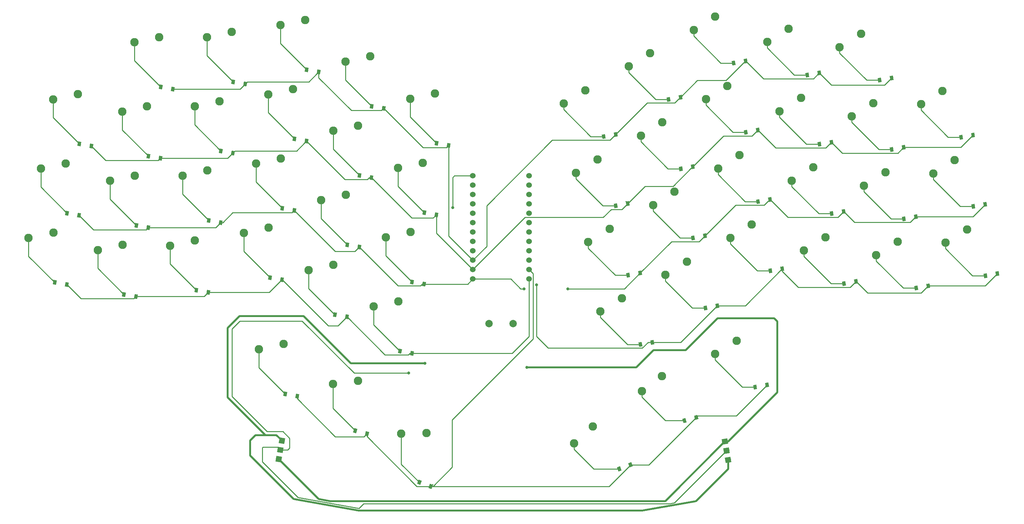
<source format=gbr>
G04 #@! TF.GenerationSoftware,KiCad,Pcbnew,(5.0.2)-1*
G04 #@! TF.CreationDate,2019-02-25T13:46:33+08:00*
G04 #@! TF.ProjectId,Kisaragi,4b697361-7261-4676-992e-6b696361645f,rev?*
G04 #@! TF.SameCoordinates,Original*
G04 #@! TF.FileFunction,Copper,L2,Bot*
G04 #@! TF.FilePolarity,Positive*
%FSLAX46Y46*%
G04 Gerber Fmt 4.6, Leading zero omitted, Abs format (unit mm)*
G04 Created by KiCad (PCBNEW (5.0.2)-1) date 25/02/2019 13:46:33*
%MOMM*%
%LPD*%
G01*
G04 APERTURE LIST*
G04 #@! TA.AperFunction,SMDPad,CuDef*
%ADD10C,1.524000*%
G04 #@! TD*
G04 #@! TA.AperFunction,Conductor*
%ADD11C,0.100000*%
G04 #@! TD*
G04 #@! TA.AperFunction,ComponentPad*
%ADD12C,2.286000*%
G04 #@! TD*
G04 #@! TA.AperFunction,SMDPad,CuDef*
%ADD13C,0.900000*%
G04 #@! TD*
G04 #@! TA.AperFunction,ComponentPad*
%ADD14C,2.000000*%
G04 #@! TD*
G04 #@! TA.AperFunction,ComponentPad*
%ADD15C,1.524000*%
G04 #@! TD*
G04 #@! TA.AperFunction,ViaPad*
%ADD16C,0.800000*%
G04 #@! TD*
G04 #@! TA.AperFunction,Conductor*
%ADD17C,0.250000*%
G04 #@! TD*
G04 #@! TA.AperFunction,Conductor*
%ADD18C,0.500000*%
G04 #@! TD*
G04 APERTURE END LIST*
D10*
G04 #@! TO.P,J1,3*
G04 #@! TO.N,GND*
X276811066Y-223351412D03*
D11*
G04 #@! TD*
G04 #@! TO.N,GND*
G04 #@! TO.C,J1*
G36*
X277429170Y-222468669D02*
X277693809Y-223969516D01*
X276192962Y-224234155D01*
X275928323Y-222733308D01*
X277429170Y-222468669D01*
X277429170Y-222468669D01*
G37*
D10*
G04 #@! TO.P,J1,2*
G04 #@! TO.N,LED*
X276370000Y-220850000D03*
D11*
G04 #@! TD*
G04 #@! TO.N,LED*
G04 #@! TO.C,J1*
G36*
X276988104Y-219967257D02*
X277252743Y-221468104D01*
X275751896Y-221732743D01*
X275487257Y-220231896D01*
X276988104Y-219967257D01*
X276988104Y-219967257D01*
G37*
D10*
G04 #@! TO.P,J1,1*
G04 #@! TO.N,VCC*
X275928934Y-218348588D03*
D11*
G04 #@! TD*
G04 #@! TO.N,VCC*
G04 #@! TO.C,J1*
G36*
X276547038Y-217465845D02*
X276811677Y-218966692D01*
X275310830Y-219231331D01*
X275046191Y-217730484D01*
X276547038Y-217465845D01*
X276547038Y-217465845D01*
G37*
D10*
G04 #@! TO.P,J2,1*
G04 #@! TO.N,VCC*
X155118934Y-223141412D03*
D11*
G04 #@! TD*
G04 #@! TO.N,VCC*
G04 #@! TO.C,J2*
G36*
X154236191Y-223759516D02*
X154500830Y-222258669D01*
X156001677Y-222523308D01*
X155737038Y-224024155D01*
X154236191Y-223759516D01*
X154236191Y-223759516D01*
G37*
D10*
G04 #@! TO.P,J2,2*
G04 #@! TO.N,LED*
X155560000Y-220640000D03*
D11*
G04 #@! TD*
G04 #@! TO.N,LED*
G04 #@! TO.C,J2*
G36*
X154677257Y-221258104D02*
X154941896Y-219757257D01*
X156442743Y-220021896D01*
X156178104Y-221522743D01*
X154677257Y-221258104D01*
X154677257Y-221258104D01*
G37*
D10*
G04 #@! TO.P,J2,3*
G04 #@! TO.N,GND*
X156001066Y-218138588D03*
D11*
G04 #@! TD*
G04 #@! TO.N,GND*
G04 #@! TO.C,J2*
G36*
X155118323Y-218756692D02*
X155382962Y-217255845D01*
X156883809Y-217520484D01*
X156619170Y-219021331D01*
X155118323Y-218756692D01*
X155118323Y-218756692D01*
G37*
D12*
G04 #@! TO.P,SW4,2*
G04 #@! TO.N,Net-(D4-Pad2)*
X116078949Y-110236989D03*
G04 #@! TO.P,SW4,1*
G04 #@! TO.N,col1*
X122773544Y-108838243D03*
G04 #@! TD*
G04 #@! TO.P,SW1,1*
G04 #@! TO.N,col0*
X100703544Y-124288243D03*
G04 #@! TO.P,SW1,2*
G04 #@! TO.N,Net-(D1-Pad2)*
X94008949Y-125686989D03*
G04 #@! TD*
G04 #@! TO.P,SW5,2*
G04 #@! TO.N,Net-(D5-Pad2)*
X112766466Y-128999410D03*
G04 #@! TO.P,SW5,1*
G04 #@! TO.N,col1*
X119461061Y-127600664D03*
G04 #@! TD*
G04 #@! TO.P,SW6,1*
G04 #@! TO.N,col1*
X116153544Y-146358243D03*
G04 #@! TO.P,SW6,2*
G04 #@! TO.N,Net-(D6-Pad2)*
X109458949Y-147756989D03*
G04 #@! TD*
G04 #@! TO.P,SW7,2*
G04 #@! TO.N,Net-(D7-Pad2)*
X106148949Y-166516989D03*
G04 #@! TO.P,SW7,1*
G04 #@! TO.N,col1*
X112843544Y-165118243D03*
G04 #@! TD*
G04 #@! TO.P,SW8,1*
G04 #@! TO.N,col2*
X142363544Y-107458243D03*
G04 #@! TO.P,SW8,2*
G04 #@! TO.N,Net-(D8-Pad2)*
X135668949Y-108856989D03*
G04 #@! TD*
G04 #@! TO.P,SW9,2*
G04 #@! TO.N,Net-(D9-Pad2)*
X132358949Y-127616989D03*
G04 #@! TO.P,SW9,1*
G04 #@! TO.N,col2*
X139053544Y-126218243D03*
G04 #@! TD*
G04 #@! TO.P,SW10,1*
G04 #@! TO.N,col2*
X135743544Y-144968243D03*
G04 #@! TO.P,SW10,2*
G04 #@! TO.N,Net-(D10-Pad2)*
X129048949Y-146366989D03*
G04 #@! TD*
G04 #@! TO.P,SW11,2*
G04 #@! TO.N,Net-(D11-Pad2)*
X125708949Y-165316989D03*
G04 #@! TO.P,SW11,1*
G04 #@! TO.N,col2*
X132403544Y-163918243D03*
G04 #@! TD*
G04 #@! TO.P,SW12,1*
G04 #@! TO.N,col3*
X162273544Y-104198243D03*
G04 #@! TO.P,SW12,2*
G04 #@! TO.N,Net-(D12-Pad2)*
X155578949Y-105596989D03*
G04 #@! TD*
G04 #@! TO.P,SW13,2*
G04 #@! TO.N,Net-(D13-Pad2)*
X152268949Y-124346989D03*
G04 #@! TO.P,SW13,1*
G04 #@! TO.N,col3*
X158963544Y-122948243D03*
G04 #@! TD*
G04 #@! TO.P,SW14,1*
G04 #@! TO.N,col3*
X155663544Y-141708243D03*
G04 #@! TO.P,SW14,2*
G04 #@! TO.N,Net-(D14-Pad2)*
X148968949Y-143106989D03*
G04 #@! TD*
G04 #@! TO.P,SW15,2*
G04 #@! TO.N,Net-(D15-Pad2)*
X145658949Y-161876989D03*
G04 #@! TO.P,SW15,1*
G04 #@! TO.N,col3*
X152353544Y-160478243D03*
G04 #@! TD*
G04 #@! TO.P,SW16,1*
G04 #@! TO.N,col3*
X156473544Y-191958243D03*
G04 #@! TO.P,SW16,2*
G04 #@! TO.N,Net-(D16-Pad2)*
X149778949Y-193356989D03*
G04 #@! TD*
G04 #@! TO.P,SW17,2*
G04 #@! TO.N,Net-(D17-Pad2)*
X173188949Y-115466989D03*
G04 #@! TO.P,SW17,1*
G04 #@! TO.N,col4*
X179883544Y-114068243D03*
G04 #@! TD*
G04 #@! TO.P,SW18,1*
G04 #@! TO.N,col4*
X176573544Y-132828243D03*
G04 #@! TO.P,SW18,2*
G04 #@! TO.N,Net-(D18-Pad2)*
X169878949Y-134226989D03*
G04 #@! TD*
G04 #@! TO.P,SW19,2*
G04 #@! TO.N,Net-(D19-Pad2)*
X166568949Y-152986989D03*
G04 #@! TO.P,SW19,1*
G04 #@! TO.N,col4*
X173263544Y-151588243D03*
G04 #@! TD*
G04 #@! TO.P,SW20,1*
G04 #@! TO.N,col4*
X169923544Y-170538243D03*
G04 #@! TO.P,SW20,2*
G04 #@! TO.N,Net-(D20-Pad2)*
X163228949Y-171936989D03*
G04 #@! TD*
G04 #@! TO.P,SW21,2*
G04 #@! TO.N,Net-(D21-Pad2)*
X169787223Y-202740448D03*
G04 #@! TO.P,SW21,1*
G04 #@! TO.N,col4*
X176578252Y-201930497D03*
G04 #@! TD*
G04 #@! TO.P,SW22,1*
G04 #@! TO.N,col5*
X197443544Y-124138243D03*
G04 #@! TO.P,SW22,2*
G04 #@! TO.N,Net-(D22-Pad2)*
X190748949Y-125536989D03*
G04 #@! TD*
G04 #@! TO.P,SW23,2*
G04 #@! TO.N,Net-(D23-Pad2)*
X187448949Y-144286989D03*
G04 #@! TO.P,SW23,1*
G04 #@! TO.N,col5*
X194143544Y-142888243D03*
G04 #@! TD*
G04 #@! TO.P,SW24,1*
G04 #@! TO.N,col5*
X190833544Y-161658243D03*
G04 #@! TO.P,SW24,2*
G04 #@! TO.N,Net-(D24-Pad2)*
X184138949Y-163056989D03*
G04 #@! TD*
G04 #@! TO.P,SW25,2*
G04 #@! TO.N,Net-(D25-Pad2)*
X180828949Y-181816989D03*
G04 #@! TO.P,SW25,1*
G04 #@! TO.N,col5*
X187523544Y-180418243D03*
G04 #@! TD*
G04 #@! TO.P,SW26,1*
G04 #@! TO.N,col5*
X195144283Y-216045093D03*
G04 #@! TO.P,SW26,2*
G04 #@! TO.N,Net-(D26-Pad2)*
X188308502Y-216260084D03*
G04 #@! TD*
G04 #@! TO.P,SW27,2*
G04 #@! TO.N,Net-(D27-Pad2)*
X232306816Y-126850188D03*
G04 #@! TO.P,SW27,1*
G04 #@! TO.N,col6*
X238119279Y-123246110D03*
G04 #@! TD*
G04 #@! TO.P,SW28,1*
G04 #@! TO.N,col6*
X241419279Y-142006110D03*
G04 #@! TO.P,SW28,2*
G04 #@! TO.N,Net-(D28-Pad2)*
X235606816Y-145610188D03*
G04 #@! TD*
G04 #@! TO.P,SW29,2*
G04 #@! TO.N,Net-(D29-Pad2)*
X238926816Y-164370188D03*
G04 #@! TO.P,SW29,1*
G04 #@! TO.N,col6*
X244739279Y-160766110D03*
G04 #@! TD*
G04 #@! TO.P,SW30,1*
G04 #@! TO.N,col6*
X248039279Y-179536110D03*
G04 #@! TO.P,SW30,2*
G04 #@! TO.N,Net-(D30-Pad2)*
X242226816Y-183140188D03*
G04 #@! TD*
G04 #@! TO.P,SW31,2*
G04 #@! TO.N,Net-(D31-Pad2)*
X235101040Y-218866277D03*
G04 #@! TO.P,SW31,1*
G04 #@! TO.N,col6*
X240199357Y-214307630D03*
G04 #@! TD*
G04 #@! TO.P,SW32,1*
G04 #@! TO.N,col7*
X255689279Y-113186110D03*
G04 #@! TO.P,SW32,2*
G04 #@! TO.N,Net-(D32-Pad2)*
X249876816Y-116790188D03*
G04 #@! TD*
G04 #@! TO.P,SW33,2*
G04 #@! TO.N,Net-(D33-Pad2)*
X253186816Y-135550188D03*
G04 #@! TO.P,SW33,1*
G04 #@! TO.N,col7*
X258999279Y-131946110D03*
G04 #@! TD*
G04 #@! TO.P,SW34,1*
G04 #@! TO.N,col7*
X262299279Y-150706110D03*
G04 #@! TO.P,SW34,2*
G04 #@! TO.N,Net-(D34-Pad2)*
X256486816Y-154310188D03*
G04 #@! TD*
G04 #@! TO.P,SW35,2*
G04 #@! TO.N,Net-(D35-Pad2)*
X259836816Y-173260188D03*
G04 #@! TO.P,SW35,1*
G04 #@! TO.N,col7*
X265649279Y-169656110D03*
G04 #@! TD*
G04 #@! TO.P,SW36,1*
G04 #@! TO.N,col7*
X258898651Y-200615696D03*
G04 #@! TO.P,SW36,2*
G04 #@! TO.N,Net-(D36-Pad2)*
X253422422Y-204712649D03*
G04 #@! TD*
G04 #@! TO.P,SW37,2*
G04 #@! TO.N,Net-(D37-Pad2)*
X267476816Y-106920188D03*
G04 #@! TO.P,SW37,1*
G04 #@! TO.N,col8*
X273289279Y-103316110D03*
G04 #@! TD*
G04 #@! TO.P,SW38,1*
G04 #@! TO.N,col8*
X276599279Y-122066110D03*
G04 #@! TO.P,SW38,2*
G04 #@! TO.N,Net-(D38-Pad2)*
X270786816Y-125670188D03*
G04 #@! TD*
G04 #@! TO.P,SW39,2*
G04 #@! TO.N,Net-(D39-Pad2)*
X274096816Y-144440188D03*
G04 #@! TO.P,SW39,1*
G04 #@! TO.N,col8*
X279909279Y-140836110D03*
G04 #@! TD*
G04 #@! TO.P,SW40,1*
G04 #@! TO.N,col8*
X283209279Y-159596110D03*
G04 #@! TO.P,SW40,2*
G04 #@! TO.N,Net-(D40-Pad2)*
X277396816Y-163200188D03*
G04 #@! TD*
G04 #@! TO.P,SW41,2*
G04 #@! TO.N,Net-(D41-Pad2)*
X273286816Y-194680188D03*
G04 #@! TO.P,SW41,1*
G04 #@! TO.N,col8*
X279099279Y-191076110D03*
G04 #@! TD*
G04 #@! TO.P,SW42,1*
G04 #@! TO.N,col9*
X293209279Y-106576110D03*
G04 #@! TO.P,SW42,2*
G04 #@! TO.N,Net-(D42-Pad2)*
X287396816Y-110180188D03*
G04 #@! TD*
G04 #@! TO.P,SW43,2*
G04 #@! TO.N,Net-(D43-Pad2)*
X290706816Y-128930188D03*
G04 #@! TO.P,SW43,1*
G04 #@! TO.N,col9*
X296519279Y-125326110D03*
G04 #@! TD*
G04 #@! TO.P,SW44,1*
G04 #@! TO.N,col9*
X299829279Y-144096110D03*
G04 #@! TO.P,SW44,2*
G04 #@! TO.N,Net-(D44-Pad2)*
X294016816Y-147700188D03*
G04 #@! TD*
G04 #@! TO.P,SW45,2*
G04 #@! TO.N,Net-(D45-Pad2)*
X297346816Y-166640188D03*
G04 #@! TO.P,SW45,1*
G04 #@! TO.N,col9*
X303159279Y-163036110D03*
G04 #@! TD*
G04 #@! TO.P,SW46,1*
G04 #@! TO.N,col10*
X312799279Y-107946110D03*
G04 #@! TO.P,SW46,2*
G04 #@! TO.N,Net-(D46-Pad2)*
X306986816Y-111550188D03*
G04 #@! TD*
G04 #@! TO.P,SW47,2*
G04 #@! TO.N,Net-(D47-Pad2)*
X310286816Y-130320188D03*
G04 #@! TO.P,SW47,1*
G04 #@! TO.N,col10*
X316099279Y-126716110D03*
G04 #@! TD*
G04 #@! TO.P,SW48,1*
G04 #@! TO.N,col10*
X319419279Y-145476110D03*
G04 #@! TO.P,SW48,2*
G04 #@! TO.N,Net-(D48-Pad2)*
X313606816Y-149080188D03*
G04 #@! TD*
G04 #@! TO.P,SW49,2*
G04 #@! TO.N,Net-(D49-Pad2)*
X316916816Y-167850188D03*
G04 #@! TO.P,SW49,1*
G04 #@! TO.N,col10*
X322729279Y-164246110D03*
G04 #@! TD*
G04 #@! TO.P,SW50,1*
G04 #@! TO.N,col11*
X334869279Y-123406110D03*
G04 #@! TO.P,SW50,2*
G04 #@! TO.N,Net-(D50-Pad2)*
X329056816Y-127010188D03*
G04 #@! TD*
G04 #@! TO.P,SW51,2*
G04 #@! TO.N,Net-(D51-Pad2)*
X332356816Y-145770188D03*
G04 #@! TO.P,SW51,1*
G04 #@! TO.N,col11*
X338169279Y-142166110D03*
G04 #@! TD*
G04 #@! TO.P,SW52,1*
G04 #@! TO.N,col11*
X341479279Y-160926110D03*
G04 #@! TO.P,SW52,2*
G04 #@! TO.N,Net-(D52-Pad2)*
X335666816Y-164530188D03*
G04 #@! TD*
G04 #@! TO.P,SW3,2*
G04 #@! TO.N,Net-(D3-Pad2)*
X87388949Y-163216989D03*
G04 #@! TO.P,SW3,1*
G04 #@! TO.N,col0*
X94083544Y-161818243D03*
G04 #@! TD*
G04 #@! TO.P,SW2,1*
G04 #@! TO.N,col0*
X97393544Y-143048243D03*
G04 #@! TO.P,SW2,2*
G04 #@! TO.N,Net-(D2-Pad2)*
X90698949Y-144446989D03*
G04 #@! TD*
D13*
G04 #@! TO.P,D1,2*
G04 #@! TO.N,Net-(D1-Pad2)*
X101135067Y-137783481D03*
D11*
G04 #@! TD*
G04 #@! TO.N,Net-(D1-Pad2)*
G04 #@! TO.C,D1*
G36*
X101682419Y-137270738D02*
X101474042Y-138452507D01*
X100587715Y-138296224D01*
X100796092Y-137114455D01*
X101682419Y-137270738D01*
X101682419Y-137270738D01*
G37*
D13*
G04 #@! TO.P,D1,1*
G04 #@! TO.N,row1*
X104384933Y-138356519D03*
D11*
G04 #@! TD*
G04 #@! TO.N,row1*
G04 #@! TO.C,D1*
G36*
X104932285Y-137843776D02*
X104723908Y-139025545D01*
X103837581Y-138869262D01*
X104045958Y-137687493D01*
X104932285Y-137843776D01*
X104932285Y-137843776D01*
G37*
D13*
G04 #@! TO.P,D2,1*
G04 #@! TO.N,row2*
X101044933Y-157096519D03*
D11*
G04 #@! TD*
G04 #@! TO.N,row2*
G04 #@! TO.C,D2*
G36*
X101592285Y-156583776D02*
X101383908Y-157765545D01*
X100497581Y-157609262D01*
X100705958Y-156427493D01*
X101592285Y-156583776D01*
X101592285Y-156583776D01*
G37*
D13*
G04 #@! TO.P,D2,2*
G04 #@! TO.N,Net-(D2-Pad2)*
X97795067Y-156523481D03*
D11*
G04 #@! TD*
G04 #@! TO.N,Net-(D2-Pad2)*
G04 #@! TO.C,D2*
G36*
X98342419Y-156010738D02*
X98134042Y-157192507D01*
X97247715Y-157036224D01*
X97456092Y-155854455D01*
X98342419Y-156010738D01*
X98342419Y-156010738D01*
G37*
D13*
G04 #@! TO.P,D3,2*
G04 #@! TO.N,Net-(D3-Pad2)*
X94475067Y-175283481D03*
D11*
G04 #@! TD*
G04 #@! TO.N,Net-(D3-Pad2)*
G04 #@! TO.C,D3*
G36*
X95022419Y-174770738D02*
X94814042Y-175952507D01*
X93927715Y-175796224D01*
X94136092Y-174614455D01*
X95022419Y-174770738D01*
X95022419Y-174770738D01*
G37*
D13*
G04 #@! TO.P,D3,1*
G04 #@! TO.N,row3*
X97724933Y-175856519D03*
D11*
G04 #@! TD*
G04 #@! TO.N,row3*
G04 #@! TO.C,D3*
G36*
X98272285Y-175343776D02*
X98063908Y-176525545D01*
X97177581Y-176369262D01*
X97385958Y-175187493D01*
X98272285Y-175343776D01*
X98272285Y-175343776D01*
G37*
D13*
G04 #@! TO.P,D4,1*
G04 #@! TO.N,row0*
X126430000Y-122900000D03*
D11*
G04 #@! TD*
G04 #@! TO.N,row0*
G04 #@! TO.C,D4*
G36*
X126977352Y-122387257D02*
X126768975Y-123569026D01*
X125882648Y-123412743D01*
X126091025Y-122230974D01*
X126977352Y-122387257D01*
X126977352Y-122387257D01*
G37*
D13*
G04 #@! TO.P,D4,2*
G04 #@! TO.N,Net-(D4-Pad2)*
X123180134Y-122326962D03*
D11*
G04 #@! TD*
G04 #@! TO.N,Net-(D4-Pad2)*
G04 #@! TO.C,D4*
G36*
X123727486Y-121814219D02*
X123519109Y-122995988D01*
X122632782Y-122839705D01*
X122841159Y-121657936D01*
X123727486Y-121814219D01*
X123727486Y-121814219D01*
G37*
D13*
G04 #@! TO.P,D5,2*
G04 #@! TO.N,Net-(D5-Pad2)*
X119855067Y-141093481D03*
D11*
G04 #@! TD*
G04 #@! TO.N,Net-(D5-Pad2)*
G04 #@! TO.C,D5*
G36*
X120402419Y-140580738D02*
X120194042Y-141762507D01*
X119307715Y-141606224D01*
X119516092Y-140424455D01*
X120402419Y-140580738D01*
X120402419Y-140580738D01*
G37*
D13*
G04 #@! TO.P,D5,1*
G04 #@! TO.N,row1*
X123104933Y-141666519D03*
D11*
G04 #@! TD*
G04 #@! TO.N,row1*
G04 #@! TO.C,D5*
G36*
X123652285Y-141153776D02*
X123443908Y-142335545D01*
X122557581Y-142179262D01*
X122765958Y-140997493D01*
X123652285Y-141153776D01*
X123652285Y-141153776D01*
G37*
D13*
G04 #@! TO.P,D6,1*
G04 #@! TO.N,row2*
X119814933Y-160426519D03*
D11*
G04 #@! TD*
G04 #@! TO.N,row2*
G04 #@! TO.C,D6*
G36*
X120362285Y-159913776D02*
X120153908Y-161095545D01*
X119267581Y-160939262D01*
X119475958Y-159757493D01*
X120362285Y-159913776D01*
X120362285Y-159913776D01*
G37*
D13*
G04 #@! TO.P,D6,2*
G04 #@! TO.N,Net-(D6-Pad2)*
X116565067Y-159853481D03*
D11*
G04 #@! TD*
G04 #@! TO.N,Net-(D6-Pad2)*
G04 #@! TO.C,D6*
G36*
X117112419Y-159340738D02*
X116904042Y-160522507D01*
X116017715Y-160366224D01*
X116226092Y-159184455D01*
X117112419Y-159340738D01*
X117112419Y-159340738D01*
G37*
D13*
G04 #@! TO.P,D7,2*
G04 #@! TO.N,Net-(D7-Pad2)*
X113195067Y-178533481D03*
D11*
G04 #@! TD*
G04 #@! TO.N,Net-(D7-Pad2)*
G04 #@! TO.C,D7*
G36*
X113742419Y-178020738D02*
X113534042Y-179202507D01*
X112647715Y-179046224D01*
X112856092Y-177864455D01*
X113742419Y-178020738D01*
X113742419Y-178020738D01*
G37*
D13*
G04 #@! TO.P,D7,1*
G04 #@! TO.N,row3*
X116444933Y-179106519D03*
D11*
G04 #@! TD*
G04 #@! TO.N,row3*
G04 #@! TO.C,D7*
G36*
X116992285Y-178593776D02*
X116783908Y-179775545D01*
X115897581Y-179619262D01*
X116105958Y-178437493D01*
X116992285Y-178593776D01*
X116992285Y-178593776D01*
G37*
D13*
G04 #@! TO.P,D8,2*
G04 #@! TO.N,Net-(D8-Pad2)*
X142785067Y-120963481D03*
D11*
G04 #@! TD*
G04 #@! TO.N,Net-(D8-Pad2)*
G04 #@! TO.C,D8*
G36*
X143332419Y-120450738D02*
X143124042Y-121632507D01*
X142237715Y-121476224D01*
X142446092Y-120294455D01*
X143332419Y-120450738D01*
X143332419Y-120450738D01*
G37*
D13*
G04 #@! TO.P,D8,1*
G04 #@! TO.N,row0*
X146034933Y-121536519D03*
D11*
G04 #@! TD*
G04 #@! TO.N,row0*
G04 #@! TO.C,D8*
G36*
X146582285Y-121023776D02*
X146373908Y-122205545D01*
X145487581Y-122049262D01*
X145695958Y-120867493D01*
X146582285Y-121023776D01*
X146582285Y-121023776D01*
G37*
D13*
G04 #@! TO.P,D9,1*
G04 #@! TO.N,row1*
X142704933Y-140246519D03*
D11*
G04 #@! TD*
G04 #@! TO.N,row1*
G04 #@! TO.C,D9*
G36*
X143252285Y-139733776D02*
X143043908Y-140915545D01*
X142157581Y-140759262D01*
X142365958Y-139577493D01*
X143252285Y-139733776D01*
X143252285Y-139733776D01*
G37*
D13*
G04 #@! TO.P,D9,2*
G04 #@! TO.N,Net-(D9-Pad2)*
X139455067Y-139673481D03*
D11*
G04 #@! TD*
G04 #@! TO.N,Net-(D9-Pad2)*
G04 #@! TO.C,D9*
G36*
X140002419Y-139160738D02*
X139794042Y-140342507D01*
X138907715Y-140186224D01*
X139116092Y-139004455D01*
X140002419Y-139160738D01*
X140002419Y-139160738D01*
G37*
D13*
G04 #@! TO.P,D10,2*
G04 #@! TO.N,Net-(D10-Pad2)*
X136165067Y-158483481D03*
D11*
G04 #@! TD*
G04 #@! TO.N,Net-(D10-Pad2)*
G04 #@! TO.C,D10*
G36*
X136712419Y-157970738D02*
X136504042Y-159152507D01*
X135617715Y-158996224D01*
X135826092Y-157814455D01*
X136712419Y-157970738D01*
X136712419Y-157970738D01*
G37*
D13*
G04 #@! TO.P,D10,1*
G04 #@! TO.N,row2*
X139414933Y-159056519D03*
D11*
G04 #@! TD*
G04 #@! TO.N,row2*
G04 #@! TO.C,D10*
G36*
X139962285Y-158543776D02*
X139753908Y-159725545D01*
X138867581Y-159569262D01*
X139075958Y-158387493D01*
X139962285Y-158543776D01*
X139962285Y-158543776D01*
G37*
D13*
G04 #@! TO.P,D11,1*
G04 #@! TO.N,row3*
X136064933Y-177976519D03*
D11*
G04 #@! TD*
G04 #@! TO.N,row3*
G04 #@! TO.C,D11*
G36*
X136612285Y-177463776D02*
X136403908Y-178645545D01*
X135517581Y-178489262D01*
X135725958Y-177307493D01*
X136612285Y-177463776D01*
X136612285Y-177463776D01*
G37*
D13*
G04 #@! TO.P,D11,2*
G04 #@! TO.N,Net-(D11-Pad2)*
X132815067Y-177403481D03*
D11*
G04 #@! TD*
G04 #@! TO.N,Net-(D11-Pad2)*
G04 #@! TO.C,D11*
G36*
X133362419Y-176890738D02*
X133154042Y-178072507D01*
X132267715Y-177916224D01*
X132476092Y-176734455D01*
X133362419Y-176890738D01*
X133362419Y-176890738D01*
G37*
D13*
G04 #@! TO.P,D12,1*
G04 #@! TO.N,row0*
X165934933Y-118266519D03*
D11*
G04 #@! TD*
G04 #@! TO.N,row0*
G04 #@! TO.C,D12*
G36*
X166482285Y-117753776D02*
X166273908Y-118935545D01*
X165387581Y-118779262D01*
X165595958Y-117597493D01*
X166482285Y-117753776D01*
X166482285Y-117753776D01*
G37*
D13*
G04 #@! TO.P,D12,2*
G04 #@! TO.N,Net-(D12-Pad2)*
X162685067Y-117693481D03*
D11*
G04 #@! TD*
G04 #@! TO.N,Net-(D12-Pad2)*
G04 #@! TO.C,D12*
G36*
X163232419Y-117180738D02*
X163024042Y-118362507D01*
X162137715Y-118206224D01*
X162346092Y-117024455D01*
X163232419Y-117180738D01*
X163232419Y-117180738D01*
G37*
D13*
G04 #@! TO.P,D13,2*
G04 #@! TO.N,Net-(D13-Pad2)*
X159385067Y-136423481D03*
D11*
G04 #@! TD*
G04 #@! TO.N,Net-(D13-Pad2)*
G04 #@! TO.C,D13*
G36*
X159932419Y-135910738D02*
X159724042Y-137092507D01*
X158837715Y-136936224D01*
X159046092Y-135754455D01*
X159932419Y-135910738D01*
X159932419Y-135910738D01*
G37*
D13*
G04 #@! TO.P,D13,1*
G04 #@! TO.N,row1*
X162634933Y-136996519D03*
D11*
G04 #@! TD*
G04 #@! TO.N,row1*
G04 #@! TO.C,D13*
G36*
X163182285Y-136483776D02*
X162973908Y-137665545D01*
X162087581Y-137509262D01*
X162295958Y-136327493D01*
X163182285Y-136483776D01*
X163182285Y-136483776D01*
G37*
D13*
G04 #@! TO.P,D14,1*
G04 #@! TO.N,row2*
X159324933Y-155786519D03*
D11*
G04 #@! TD*
G04 #@! TO.N,row2*
G04 #@! TO.C,D14*
G36*
X159872285Y-155273776D02*
X159663908Y-156455545D01*
X158777581Y-156299262D01*
X158985958Y-155117493D01*
X159872285Y-155273776D01*
X159872285Y-155273776D01*
G37*
D13*
G04 #@! TO.P,D14,2*
G04 #@! TO.N,Net-(D14-Pad2)*
X156075067Y-155213481D03*
D11*
G04 #@! TD*
G04 #@! TO.N,Net-(D14-Pad2)*
G04 #@! TO.C,D14*
G36*
X156622419Y-154700738D02*
X156414042Y-155882507D01*
X155527715Y-155726224D01*
X155736092Y-154544455D01*
X156622419Y-154700738D01*
X156622419Y-154700738D01*
G37*
D13*
G04 #@! TO.P,D15,2*
G04 #@! TO.N,Net-(D15-Pad2)*
X152755067Y-173963481D03*
D11*
G04 #@! TD*
G04 #@! TO.N,Net-(D15-Pad2)*
G04 #@! TO.C,D15*
G36*
X153302419Y-173450738D02*
X153094042Y-174632507D01*
X152207715Y-174476224D01*
X152416092Y-173294455D01*
X153302419Y-173450738D01*
X153302419Y-173450738D01*
G37*
D13*
G04 #@! TO.P,D15,1*
G04 #@! TO.N,row3*
X156004933Y-174536519D03*
D11*
G04 #@! TD*
G04 #@! TO.N,row3*
G04 #@! TO.C,D15*
G36*
X156552285Y-174023776D02*
X156343908Y-175205545D01*
X155457581Y-175049262D01*
X155665958Y-173867493D01*
X156552285Y-174023776D01*
X156552285Y-174023776D01*
G37*
D13*
G04 #@! TO.P,D16,1*
G04 #@! TO.N,row4*
X160129866Y-206043038D03*
D11*
G04 #@! TD*
G04 #@! TO.N,row4*
G04 #@! TO.C,D16*
G36*
X160677218Y-205530295D02*
X160468841Y-206712064D01*
X159582514Y-206555781D01*
X159790891Y-205374012D01*
X160677218Y-205530295D01*
X160677218Y-205530295D01*
G37*
D13*
G04 #@! TO.P,D16,2*
G04 #@! TO.N,Net-(D16-Pad2)*
X156880000Y-205470000D03*
D11*
G04 #@! TD*
G04 #@! TO.N,Net-(D16-Pad2)*
G04 #@! TO.C,D16*
G36*
X157427352Y-204957257D02*
X157218975Y-206139026D01*
X156332648Y-205982743D01*
X156541025Y-204800974D01*
X157427352Y-204957257D01*
X157427352Y-204957257D01*
G37*
D13*
G04 #@! TO.P,D17,2*
G04 #@! TO.N,Net-(D17-Pad2)*
X180305067Y-127563481D03*
D11*
G04 #@! TD*
G04 #@! TO.N,Net-(D17-Pad2)*
G04 #@! TO.C,D17*
G36*
X180852419Y-127050738D02*
X180644042Y-128232507D01*
X179757715Y-128076224D01*
X179966092Y-126894455D01*
X180852419Y-127050738D01*
X180852419Y-127050738D01*
G37*
D13*
G04 #@! TO.P,D17,1*
G04 #@! TO.N,row0*
X183554933Y-128136519D03*
D11*
G04 #@! TD*
G04 #@! TO.N,row0*
G04 #@! TO.C,D17*
G36*
X184102285Y-127623776D02*
X183893908Y-128805545D01*
X183007581Y-128649262D01*
X183215958Y-127467493D01*
X184102285Y-127623776D01*
X184102285Y-127623776D01*
G37*
D13*
G04 #@! TO.P,D18,1*
G04 #@! TO.N,row1*
X180224933Y-146866519D03*
D11*
G04 #@! TD*
G04 #@! TO.N,row1*
G04 #@! TO.C,D18*
G36*
X180772285Y-146353776D02*
X180563908Y-147535545D01*
X179677581Y-147379262D01*
X179885958Y-146197493D01*
X180772285Y-146353776D01*
X180772285Y-146353776D01*
G37*
D13*
G04 #@! TO.P,D18,2*
G04 #@! TO.N,Net-(D18-Pad2)*
X176975067Y-146293481D03*
D11*
G04 #@! TD*
G04 #@! TO.N,Net-(D18-Pad2)*
G04 #@! TO.C,D18*
G36*
X177522419Y-145780738D02*
X177314042Y-146962507D01*
X176427715Y-146806224D01*
X176636092Y-145624455D01*
X177522419Y-145780738D01*
X177522419Y-145780738D01*
G37*
D13*
G04 #@! TO.P,D19,2*
G04 #@! TO.N,Net-(D19-Pad2)*
X173685067Y-165083481D03*
D11*
G04 #@! TD*
G04 #@! TO.N,Net-(D19-Pad2)*
G04 #@! TO.C,D19*
G36*
X174232419Y-164570738D02*
X174024042Y-165752507D01*
X173137715Y-165596224D01*
X173346092Y-164414455D01*
X174232419Y-164570738D01*
X174232419Y-164570738D01*
G37*
D13*
G04 #@! TO.P,D19,1*
G04 #@! TO.N,row2*
X176934933Y-165656519D03*
D11*
G04 #@! TD*
G04 #@! TO.N,row2*
G04 #@! TO.C,D19*
G36*
X177482285Y-165143776D02*
X177273908Y-166325545D01*
X176387581Y-166169262D01*
X176595958Y-164987493D01*
X177482285Y-165143776D01*
X177482285Y-165143776D01*
G37*
D13*
G04 #@! TO.P,D20,1*
G04 #@! TO.N,row3*
X173584933Y-184596519D03*
D11*
G04 #@! TD*
G04 #@! TO.N,row3*
G04 #@! TO.C,D20*
G36*
X174132285Y-184083776D02*
X173923908Y-185265545D01*
X173037581Y-185109262D01*
X173245958Y-183927493D01*
X174132285Y-184083776D01*
X174132285Y-184083776D01*
G37*
D13*
G04 #@! TO.P,D20,2*
G04 #@! TO.N,Net-(D20-Pad2)*
X170335067Y-184023481D03*
D11*
G04 #@! TD*
G04 #@! TO.N,Net-(D20-Pad2)*
G04 #@! TO.C,D20*
G36*
X170882419Y-183510738D02*
X170674042Y-184692507D01*
X169787715Y-184536224D01*
X169996092Y-183354455D01*
X170882419Y-183510738D01*
X170882419Y-183510738D01*
G37*
D13*
G04 #@! TO.P,D21,2*
G04 #@! TO.N,Net-(D21-Pad2)*
X175816222Y-215412950D03*
D11*
G04 #@! TD*
G04 #@! TO.N,Net-(D21-Pad2)*
G04 #@! TO.C,D21*
G36*
X176406180Y-214949863D02*
X176095597Y-216108974D01*
X175226264Y-215876037D01*
X175536847Y-214716926D01*
X176406180Y-214949863D01*
X176406180Y-214949863D01*
G37*
D13*
G04 #@! TO.P,D21,1*
G04 #@! TO.N,row4*
X179003778Y-216267050D03*
D11*
G04 #@! TD*
G04 #@! TO.N,row4*
G04 #@! TO.C,D21*
G36*
X179593736Y-215803963D02*
X179283153Y-216963074D01*
X178413820Y-216730137D01*
X178724403Y-215571026D01*
X179593736Y-215803963D01*
X179593736Y-215803963D01*
G37*
D13*
G04 #@! TO.P,D22,1*
G04 #@! TO.N,row0*
X201104933Y-138186519D03*
D11*
G04 #@! TD*
G04 #@! TO.N,row0*
G04 #@! TO.C,D22*
G36*
X201652285Y-137673776D02*
X201443908Y-138855545D01*
X200557581Y-138699262D01*
X200765958Y-137517493D01*
X201652285Y-137673776D01*
X201652285Y-137673776D01*
G37*
D13*
G04 #@! TO.P,D22,2*
G04 #@! TO.N,Net-(D22-Pad2)*
X197855067Y-137613481D03*
D11*
G04 #@! TD*
G04 #@! TO.N,Net-(D22-Pad2)*
G04 #@! TO.C,D22*
G36*
X198402419Y-137100738D02*
X198194042Y-138282507D01*
X197307715Y-138126224D01*
X197516092Y-136944455D01*
X198402419Y-137100738D01*
X198402419Y-137100738D01*
G37*
D13*
G04 #@! TO.P,D23,2*
G04 #@! TO.N,Net-(D23-Pad2)*
X194555067Y-156383481D03*
D11*
G04 #@! TD*
G04 #@! TO.N,Net-(D23-Pad2)*
G04 #@! TO.C,D23*
G36*
X195102419Y-155870738D02*
X194894042Y-157052507D01*
X194007715Y-156896224D01*
X194216092Y-155714455D01*
X195102419Y-155870738D01*
X195102419Y-155870738D01*
G37*
D13*
G04 #@! TO.P,D23,1*
G04 #@! TO.N,row1*
X197804933Y-156956519D03*
D11*
G04 #@! TD*
G04 #@! TO.N,row1*
G04 #@! TO.C,D23*
G36*
X198352285Y-156443776D02*
X198143908Y-157625545D01*
X197257581Y-157469262D01*
X197465958Y-156287493D01*
X198352285Y-156443776D01*
X198352285Y-156443776D01*
G37*
D13*
G04 #@! TO.P,D24,1*
G04 #@! TO.N,row2*
X194474933Y-175726519D03*
D11*
G04 #@! TD*
G04 #@! TO.N,row2*
G04 #@! TO.C,D24*
G36*
X195022285Y-175213776D02*
X194813908Y-176395545D01*
X193927581Y-176239262D01*
X194135958Y-175057493D01*
X195022285Y-175213776D01*
X195022285Y-175213776D01*
G37*
D13*
G04 #@! TO.P,D24,2*
G04 #@! TO.N,Net-(D24-Pad2)*
X191225067Y-175153481D03*
D11*
G04 #@! TD*
G04 #@! TO.N,Net-(D24-Pad2)*
G04 #@! TO.C,D24*
G36*
X191772419Y-174640738D02*
X191564042Y-175822507D01*
X190677715Y-175666224D01*
X190886092Y-174484455D01*
X191772419Y-174640738D01*
X191772419Y-174640738D01*
G37*
D13*
G04 #@! TO.P,D25,2*
G04 #@! TO.N,Net-(D25-Pad2)*
X187955067Y-193903481D03*
D11*
G04 #@! TD*
G04 #@! TO.N,Net-(D25-Pad2)*
G04 #@! TO.C,D25*
G36*
X188502419Y-193390738D02*
X188294042Y-194572507D01*
X187407715Y-194416224D01*
X187616092Y-193234455D01*
X188502419Y-193390738D01*
X188502419Y-193390738D01*
G37*
D13*
G04 #@! TO.P,D25,1*
G04 #@! TO.N,row3*
X191204933Y-194476519D03*
D11*
G04 #@! TD*
G04 #@! TO.N,row3*
G04 #@! TO.C,D25*
G36*
X191752285Y-193963776D02*
X191543908Y-195145545D01*
X190657581Y-194989262D01*
X190865958Y-193807493D01*
X191752285Y-193963776D01*
X191752285Y-193963776D01*
G37*
D13*
G04 #@! TO.P,D26,1*
G04 #@! TO.N,row4*
X196300493Y-230524333D03*
D11*
G04 #@! TD*
G04 #@! TO.N,row4*
G04 #@! TO.C,D26*
G36*
X196928567Y-230114426D02*
X196518143Y-231242058D01*
X195672419Y-230934240D01*
X196082843Y-229806608D01*
X196928567Y-230114426D01*
X196928567Y-230114426D01*
G37*
D13*
G04 #@! TO.P,D26,2*
G04 #@! TO.N,Net-(D26-Pad2)*
X193199507Y-229395667D03*
D11*
G04 #@! TD*
G04 #@! TO.N,Net-(D26-Pad2)*
G04 #@! TO.C,D26*
G36*
X193827581Y-228985760D02*
X193417157Y-230113392D01*
X192571433Y-229805574D01*
X192981857Y-228677942D01*
X193827581Y-228985760D01*
X193827581Y-228985760D01*
G37*
D13*
G04 #@! TO.P,D27,2*
G04 #@! TO.N,Net-(D27-Pad2)*
X243125067Y-135766519D03*
D11*
G04 #@! TD*
G04 #@! TO.N,Net-(D27-Pad2)*
G04 #@! TO.C,D27*
G36*
X243464042Y-135097493D02*
X243672419Y-136279262D01*
X242786092Y-136435545D01*
X242577715Y-135253776D01*
X243464042Y-135097493D01*
X243464042Y-135097493D01*
G37*
D13*
G04 #@! TO.P,D27,1*
G04 #@! TO.N,row0*
X246374933Y-135193481D03*
D11*
G04 #@! TD*
G04 #@! TO.N,row0*
G04 #@! TO.C,D27*
G36*
X246713908Y-134524455D02*
X246922285Y-135706224D01*
X246035958Y-135862507D01*
X245827581Y-134680738D01*
X246713908Y-134524455D01*
X246713908Y-134524455D01*
G37*
D13*
G04 #@! TO.P,D28,1*
G04 #@! TO.N,row1*
X249614933Y-153943481D03*
D11*
G04 #@! TD*
G04 #@! TO.N,row1*
G04 #@! TO.C,D28*
G36*
X249953908Y-153274455D02*
X250162285Y-154456224D01*
X249275958Y-154612507D01*
X249067581Y-153430738D01*
X249953908Y-153274455D01*
X249953908Y-153274455D01*
G37*
D13*
G04 #@! TO.P,D28,2*
G04 #@! TO.N,Net-(D28-Pad2)*
X246365067Y-154516519D03*
D11*
G04 #@! TD*
G04 #@! TO.N,Net-(D28-Pad2)*
G04 #@! TO.C,D28*
G36*
X246704042Y-153847493D02*
X246912419Y-155029262D01*
X246026092Y-155185545D01*
X245817715Y-154003776D01*
X246704042Y-153847493D01*
X246704042Y-153847493D01*
G37*
D13*
G04 #@! TO.P,D29,2*
G04 #@! TO.N,Net-(D29-Pad2)*
X249715067Y-173316519D03*
D11*
G04 #@! TD*
G04 #@! TO.N,Net-(D29-Pad2)*
G04 #@! TO.C,D29*
G36*
X250054042Y-172647493D02*
X250262419Y-173829262D01*
X249376092Y-173985545D01*
X249167715Y-172803776D01*
X250054042Y-172647493D01*
X250054042Y-172647493D01*
G37*
D13*
G04 #@! TO.P,D29,1*
G04 #@! TO.N,row2*
X252964933Y-172743481D03*
D11*
G04 #@! TD*
G04 #@! TO.N,row2*
G04 #@! TO.C,D29*
G36*
X253303908Y-172074455D02*
X253512285Y-173256224D01*
X252625958Y-173412507D01*
X252417581Y-172230738D01*
X253303908Y-172074455D01*
X253303908Y-172074455D01*
G37*
D13*
G04 #@! TO.P,D30,1*
G04 #@! TO.N,row3*
X256294933Y-191493481D03*
D11*
G04 #@! TD*
G04 #@! TO.N,row3*
G04 #@! TO.C,D30*
G36*
X256633908Y-190824455D02*
X256842285Y-192006224D01*
X255955958Y-192162507D01*
X255747581Y-190980738D01*
X256633908Y-190824455D01*
X256633908Y-190824455D01*
G37*
D13*
G04 #@! TO.P,D30,2*
G04 #@! TO.N,Net-(D30-Pad2)*
X253045067Y-192066519D03*
D11*
G04 #@! TD*
G04 #@! TO.N,Net-(D30-Pad2)*
G04 #@! TO.C,D30*
G36*
X253384042Y-191397493D02*
X253592419Y-192579262D01*
X252706092Y-192735545D01*
X252497715Y-191553776D01*
X253384042Y-191397493D01*
X253384042Y-191397493D01*
G37*
D13*
G04 #@! TO.P,D31,2*
G04 #@! TO.N,Net-(D31-Pad2)*
X247299507Y-225794333D03*
D11*
G04 #@! TD*
G04 #@! TO.N,Net-(D31-Pad2)*
G04 #@! TO.C,D31*
G36*
X247517157Y-225076608D02*
X247927581Y-226204240D01*
X247081857Y-226512058D01*
X246671433Y-225384426D01*
X247517157Y-225076608D01*
X247517157Y-225076608D01*
G37*
D13*
G04 #@! TO.P,D31,1*
G04 #@! TO.N,row4*
X250400493Y-224665667D03*
D11*
G04 #@! TD*
G04 #@! TO.N,row4*
G04 #@! TO.C,D31*
G36*
X250618143Y-223947942D02*
X251028567Y-225075574D01*
X250182843Y-225383392D01*
X249772419Y-224255760D01*
X250618143Y-223947942D01*
X250618143Y-223947942D01*
G37*
D13*
G04 #@! TO.P,D32,1*
G04 #@! TO.N,row0*
X263924933Y-125133481D03*
D11*
G04 #@! TD*
G04 #@! TO.N,row0*
G04 #@! TO.C,D32*
G36*
X264263908Y-124464455D02*
X264472285Y-125646224D01*
X263585958Y-125802507D01*
X263377581Y-124620738D01*
X264263908Y-124464455D01*
X264263908Y-124464455D01*
G37*
D13*
G04 #@! TO.P,D32,2*
G04 #@! TO.N,Net-(D32-Pad2)*
X260675067Y-125706519D03*
D11*
G04 #@! TD*
G04 #@! TO.N,Net-(D32-Pad2)*
G04 #@! TO.C,D32*
G36*
X261014042Y-125037493D02*
X261222419Y-126219262D01*
X260336092Y-126375545D01*
X260127715Y-125193776D01*
X261014042Y-125037493D01*
X261014042Y-125037493D01*
G37*
D13*
G04 #@! TO.P,D33,2*
G04 #@! TO.N,Net-(D33-Pad2)*
X264005067Y-144496519D03*
D11*
G04 #@! TD*
G04 #@! TO.N,Net-(D33-Pad2)*
G04 #@! TO.C,D33*
G36*
X264344042Y-143827493D02*
X264552419Y-145009262D01*
X263666092Y-145165545D01*
X263457715Y-143983776D01*
X264344042Y-143827493D01*
X264344042Y-143827493D01*
G37*
D13*
G04 #@! TO.P,D33,1*
G04 #@! TO.N,row1*
X267254933Y-143923481D03*
D11*
G04 #@! TD*
G04 #@! TO.N,row1*
G04 #@! TO.C,D33*
G36*
X267593908Y-143254455D02*
X267802285Y-144436224D01*
X266915958Y-144592507D01*
X266707581Y-143410738D01*
X267593908Y-143254455D01*
X267593908Y-143254455D01*
G37*
D13*
G04 #@! TO.P,D34,1*
G04 #@! TO.N,row2*
X270544933Y-162673481D03*
D11*
G04 #@! TD*
G04 #@! TO.N,row2*
G04 #@! TO.C,D34*
G36*
X270883908Y-162004455D02*
X271092285Y-163186224D01*
X270205958Y-163342507D01*
X269997581Y-162160738D01*
X270883908Y-162004455D01*
X270883908Y-162004455D01*
G37*
D13*
G04 #@! TO.P,D34,2*
G04 #@! TO.N,Net-(D34-Pad2)*
X267295067Y-163246519D03*
D11*
G04 #@! TD*
G04 #@! TO.N,Net-(D34-Pad2)*
G04 #@! TO.C,D34*
G36*
X267634042Y-162577493D02*
X267842419Y-163759262D01*
X266956092Y-163915545D01*
X266747715Y-162733776D01*
X267634042Y-162577493D01*
X267634042Y-162577493D01*
G37*
D13*
G04 #@! TO.P,D35,2*
G04 #@! TO.N,Net-(D35-Pad2)*
X270655067Y-182166519D03*
D11*
G04 #@! TD*
G04 #@! TO.N,Net-(D35-Pad2)*
G04 #@! TO.C,D35*
G36*
X270994042Y-181497493D02*
X271202419Y-182679262D01*
X270316092Y-182835545D01*
X270107715Y-181653776D01*
X270994042Y-181497493D01*
X270994042Y-181497493D01*
G37*
D13*
G04 #@! TO.P,D35,1*
G04 #@! TO.N,row3*
X273904933Y-181593481D03*
D11*
G04 #@! TD*
G04 #@! TO.N,row3*
G04 #@! TO.C,D35*
G36*
X274243908Y-180924455D02*
X274452285Y-182106224D01*
X273565958Y-182262507D01*
X273357581Y-181080738D01*
X274243908Y-180924455D01*
X274243908Y-180924455D01*
G37*
D13*
G04 #@! TO.P,D36,1*
G04 #@! TO.N,row4*
X268173778Y-211832950D03*
D11*
G04 #@! TD*
G04 #@! TO.N,row4*
G04 #@! TO.C,D36*
G36*
X268453153Y-211136926D02*
X268763736Y-212296037D01*
X267894403Y-212528974D01*
X267583820Y-211369863D01*
X268453153Y-211136926D01*
X268453153Y-211136926D01*
G37*
D13*
G04 #@! TO.P,D36,2*
G04 #@! TO.N,Net-(D36-Pad2)*
X264986222Y-212687050D03*
D11*
G04 #@! TD*
G04 #@! TO.N,Net-(D36-Pad2)*
G04 #@! TO.C,D36*
G36*
X265265597Y-211991026D02*
X265576180Y-213150137D01*
X264706847Y-213383074D01*
X264396264Y-212223963D01*
X265265597Y-211991026D01*
X265265597Y-211991026D01*
G37*
D13*
G04 #@! TO.P,D37,2*
G04 #@! TO.N,Net-(D37-Pad2)*
X278305067Y-115866519D03*
D11*
G04 #@! TD*
G04 #@! TO.N,Net-(D37-Pad2)*
G04 #@! TO.C,D37*
G36*
X278644042Y-115197493D02*
X278852419Y-116379262D01*
X277966092Y-116535545D01*
X277757715Y-115353776D01*
X278644042Y-115197493D01*
X278644042Y-115197493D01*
G37*
D13*
G04 #@! TO.P,D37,1*
G04 #@! TO.N,row0*
X281554933Y-115293481D03*
D11*
G04 #@! TD*
G04 #@! TO.N,row0*
G04 #@! TO.C,D37*
G36*
X281893908Y-114624455D02*
X282102285Y-115806224D01*
X281215958Y-115962507D01*
X281007581Y-114780738D01*
X281893908Y-114624455D01*
X281893908Y-114624455D01*
G37*
D13*
G04 #@! TO.P,D38,1*
G04 #@! TO.N,row1*
X284854933Y-134053481D03*
D11*
G04 #@! TD*
G04 #@! TO.N,row1*
G04 #@! TO.C,D38*
G36*
X285193908Y-133384455D02*
X285402285Y-134566224D01*
X284515958Y-134722507D01*
X284307581Y-133540738D01*
X285193908Y-133384455D01*
X285193908Y-133384455D01*
G37*
D13*
G04 #@! TO.P,D38,2*
G04 #@! TO.N,Net-(D38-Pad2)*
X281605067Y-134626519D03*
D11*
G04 #@! TD*
G04 #@! TO.N,Net-(D38-Pad2)*
G04 #@! TO.C,D38*
G36*
X281944042Y-133957493D02*
X282152419Y-135139262D01*
X281266092Y-135295545D01*
X281057715Y-134113776D01*
X281944042Y-133957493D01*
X281944042Y-133957493D01*
G37*
D13*
G04 #@! TO.P,D39,2*
G04 #@! TO.N,Net-(D39-Pad2)*
X284905067Y-153376519D03*
D11*
G04 #@! TD*
G04 #@! TO.N,Net-(D39-Pad2)*
G04 #@! TO.C,D39*
G36*
X285244042Y-152707493D02*
X285452419Y-153889262D01*
X284566092Y-154045545D01*
X284357715Y-152863776D01*
X285244042Y-152707493D01*
X285244042Y-152707493D01*
G37*
D13*
G04 #@! TO.P,D39,1*
G04 #@! TO.N,row2*
X288154933Y-152803481D03*
D11*
G04 #@! TD*
G04 #@! TO.N,row2*
G04 #@! TO.C,D39*
G36*
X288493908Y-152134455D02*
X288702285Y-153316224D01*
X287815958Y-153472507D01*
X287607581Y-152290738D01*
X288493908Y-152134455D01*
X288493908Y-152134455D01*
G37*
D13*
G04 #@! TO.P,D40,1*
G04 #@! TO.N,row3*
X291474933Y-171573481D03*
D11*
G04 #@! TD*
G04 #@! TO.N,row3*
G04 #@! TO.C,D40*
G36*
X291813908Y-170904455D02*
X292022285Y-172086224D01*
X291135958Y-172242507D01*
X290927581Y-171060738D01*
X291813908Y-170904455D01*
X291813908Y-170904455D01*
G37*
D13*
G04 #@! TO.P,D40,2*
G04 #@! TO.N,Net-(D40-Pad2)*
X288225067Y-172146519D03*
D11*
G04 #@! TD*
G04 #@! TO.N,Net-(D40-Pad2)*
G04 #@! TO.C,D40*
G36*
X288564042Y-171477493D02*
X288772419Y-172659262D01*
X287886092Y-172815545D01*
X287677715Y-171633776D01*
X288564042Y-171477493D01*
X288564042Y-171477493D01*
G37*
D13*
G04 #@! TO.P,D41,2*
G04 #@! TO.N,Net-(D41-Pad2)*
X284115067Y-203626519D03*
D11*
G04 #@! TD*
G04 #@! TO.N,Net-(D41-Pad2)*
G04 #@! TO.C,D41*
G36*
X284454042Y-202957493D02*
X284662419Y-204139262D01*
X283776092Y-204295545D01*
X283567715Y-203113776D01*
X284454042Y-202957493D01*
X284454042Y-202957493D01*
G37*
D13*
G04 #@! TO.P,D41,1*
G04 #@! TO.N,row4*
X287364933Y-203053481D03*
D11*
G04 #@! TD*
G04 #@! TO.N,row4*
G04 #@! TO.C,D41*
G36*
X287703908Y-202384455D02*
X287912285Y-203566224D01*
X287025958Y-203722507D01*
X286817581Y-202540738D01*
X287703908Y-202384455D01*
X287703908Y-202384455D01*
G37*
D13*
G04 #@! TO.P,D42,1*
G04 #@! TO.N,row0*
X301474933Y-118533481D03*
D11*
G04 #@! TD*
G04 #@! TO.N,row0*
G04 #@! TO.C,D42*
G36*
X301813908Y-117864455D02*
X302022285Y-119046224D01*
X301135958Y-119202507D01*
X300927581Y-118020738D01*
X301813908Y-117864455D01*
X301813908Y-117864455D01*
G37*
D13*
G04 #@! TO.P,D42,2*
G04 #@! TO.N,Net-(D42-Pad2)*
X298225067Y-119106519D03*
D11*
G04 #@! TD*
G04 #@! TO.N,Net-(D42-Pad2)*
G04 #@! TO.C,D42*
G36*
X298564042Y-118437493D02*
X298772419Y-119619262D01*
X297886092Y-119775545D01*
X297677715Y-118593776D01*
X298564042Y-118437493D01*
X298564042Y-118437493D01*
G37*
D13*
G04 #@! TO.P,D43,2*
G04 #@! TO.N,Net-(D43-Pad2)*
X301535067Y-137866519D03*
D11*
G04 #@! TD*
G04 #@! TO.N,Net-(D43-Pad2)*
G04 #@! TO.C,D43*
G36*
X301874042Y-137197493D02*
X302082419Y-138379262D01*
X301196092Y-138535545D01*
X300987715Y-137353776D01*
X301874042Y-137197493D01*
X301874042Y-137197493D01*
G37*
D13*
G04 #@! TO.P,D43,1*
G04 #@! TO.N,row1*
X304784933Y-137293481D03*
D11*
G04 #@! TD*
G04 #@! TO.N,row1*
G04 #@! TO.C,D43*
G36*
X305123908Y-136624455D02*
X305332285Y-137806224D01*
X304445958Y-137962507D01*
X304237581Y-136780738D01*
X305123908Y-136624455D01*
X305123908Y-136624455D01*
G37*
D13*
G04 #@! TO.P,D44,1*
G04 #@! TO.N,row2*
X308094933Y-156073481D03*
D11*
G04 #@! TD*
G04 #@! TO.N,row2*
G04 #@! TO.C,D44*
G36*
X308433908Y-155404455D02*
X308642285Y-156586224D01*
X307755958Y-156742507D01*
X307547581Y-155560738D01*
X308433908Y-155404455D01*
X308433908Y-155404455D01*
G37*
D13*
G04 #@! TO.P,D44,2*
G04 #@! TO.N,Net-(D44-Pad2)*
X304845067Y-156646519D03*
D11*
G04 #@! TD*
G04 #@! TO.N,Net-(D44-Pad2)*
G04 #@! TO.C,D44*
G36*
X305184042Y-155977493D02*
X305392419Y-157159262D01*
X304506092Y-157315545D01*
X304297715Y-156133776D01*
X305184042Y-155977493D01*
X305184042Y-155977493D01*
G37*
D13*
G04 #@! TO.P,D45,2*
G04 #@! TO.N,Net-(D45-Pad2)*
X308175067Y-175596519D03*
D11*
G04 #@! TD*
G04 #@! TO.N,Net-(D45-Pad2)*
G04 #@! TO.C,D45*
G36*
X308514042Y-174927493D02*
X308722419Y-176109262D01*
X307836092Y-176265545D01*
X307627715Y-175083776D01*
X308514042Y-174927493D01*
X308514042Y-174927493D01*
G37*
D13*
G04 #@! TO.P,D45,1*
G04 #@! TO.N,row3*
X311424933Y-175023481D03*
D11*
G04 #@! TD*
G04 #@! TO.N,row3*
G04 #@! TO.C,D45*
G36*
X311763908Y-174354455D02*
X311972285Y-175536224D01*
X311085958Y-175692507D01*
X310877581Y-174510738D01*
X311763908Y-174354455D01*
X311763908Y-174354455D01*
G37*
D13*
G04 #@! TO.P,D46,2*
G04 #@! TO.N,Net-(D46-Pad2)*
X317825067Y-120496519D03*
D11*
G04 #@! TD*
G04 #@! TO.N,Net-(D46-Pad2)*
G04 #@! TO.C,D46*
G36*
X318164042Y-119827493D02*
X318372419Y-121009262D01*
X317486092Y-121165545D01*
X317277715Y-119983776D01*
X318164042Y-119827493D01*
X318164042Y-119827493D01*
G37*
D13*
G04 #@! TO.P,D46,1*
G04 #@! TO.N,row0*
X321074933Y-119923481D03*
D11*
G04 #@! TD*
G04 #@! TO.N,row0*
G04 #@! TO.C,D46*
G36*
X321413908Y-119254455D02*
X321622285Y-120436224D01*
X320735958Y-120592507D01*
X320527581Y-119410738D01*
X321413908Y-119254455D01*
X321413908Y-119254455D01*
G37*
D13*
G04 #@! TO.P,D47,1*
G04 #@! TO.N,row1*
X324354933Y-138683481D03*
D11*
G04 #@! TD*
G04 #@! TO.N,row1*
G04 #@! TO.C,D47*
G36*
X324693908Y-138014455D02*
X324902285Y-139196224D01*
X324015958Y-139352507D01*
X323807581Y-138170738D01*
X324693908Y-138014455D01*
X324693908Y-138014455D01*
G37*
D13*
G04 #@! TO.P,D47,2*
G04 #@! TO.N,Net-(D47-Pad2)*
X321105067Y-139256519D03*
D11*
G04 #@! TD*
G04 #@! TO.N,Net-(D47-Pad2)*
G04 #@! TO.C,D47*
G36*
X321444042Y-138587493D02*
X321652419Y-139769262D01*
X320766092Y-139925545D01*
X320557715Y-138743776D01*
X321444042Y-138587493D01*
X321444042Y-138587493D01*
G37*
D13*
G04 #@! TO.P,D48,2*
G04 #@! TO.N,Net-(D48-Pad2)*
X324405067Y-158036519D03*
D11*
G04 #@! TD*
G04 #@! TO.N,Net-(D48-Pad2)*
G04 #@! TO.C,D48*
G36*
X324744042Y-157367493D02*
X324952419Y-158549262D01*
X324066092Y-158705545D01*
X323857715Y-157523776D01*
X324744042Y-157367493D01*
X324744042Y-157367493D01*
G37*
D13*
G04 #@! TO.P,D48,1*
G04 #@! TO.N,row2*
X327654933Y-157463481D03*
D11*
G04 #@! TD*
G04 #@! TO.N,row2*
G04 #@! TO.C,D48*
G36*
X327993908Y-156794455D02*
X328202285Y-157976224D01*
X327315958Y-158132507D01*
X327107581Y-156950738D01*
X327993908Y-156794455D01*
X327993908Y-156794455D01*
G37*
D13*
G04 #@! TO.P,D49,1*
G04 #@! TO.N,row3*
X331004933Y-176223481D03*
D11*
G04 #@! TD*
G04 #@! TO.N,row3*
G04 #@! TO.C,D49*
G36*
X331343908Y-175554455D02*
X331552285Y-176736224D01*
X330665958Y-176892507D01*
X330457581Y-175710738D01*
X331343908Y-175554455D01*
X331343908Y-175554455D01*
G37*
D13*
G04 #@! TO.P,D49,2*
G04 #@! TO.N,Net-(D49-Pad2)*
X327755067Y-176796519D03*
D11*
G04 #@! TD*
G04 #@! TO.N,Net-(D49-Pad2)*
G04 #@! TO.C,D49*
G36*
X328094042Y-176127493D02*
X328302419Y-177309262D01*
X327416092Y-177465545D01*
X327207715Y-176283776D01*
X328094042Y-176127493D01*
X328094042Y-176127493D01*
G37*
D13*
G04 #@! TO.P,D50,1*
G04 #@! TO.N,row1*
X343124933Y-135383481D03*
D11*
G04 #@! TD*
G04 #@! TO.N,row1*
G04 #@! TO.C,D50*
G36*
X343463908Y-134714455D02*
X343672285Y-135896224D01*
X342785958Y-136052507D01*
X342577581Y-134870738D01*
X343463908Y-134714455D01*
X343463908Y-134714455D01*
G37*
D13*
G04 #@! TO.P,D50,2*
G04 #@! TO.N,Net-(D50-Pad2)*
X339875067Y-135956519D03*
D11*
G04 #@! TD*
G04 #@! TO.N,Net-(D50-Pad2)*
G04 #@! TO.C,D50*
G36*
X340214042Y-135287493D02*
X340422419Y-136469262D01*
X339536092Y-136625545D01*
X339327715Y-135443776D01*
X340214042Y-135287493D01*
X340214042Y-135287493D01*
G37*
D13*
G04 #@! TO.P,D51,2*
G04 #@! TO.N,Net-(D51-Pad2)*
X343175067Y-154706519D03*
D11*
G04 #@! TD*
G04 #@! TO.N,Net-(D51-Pad2)*
G04 #@! TO.C,D51*
G36*
X343514042Y-154037493D02*
X343722419Y-155219262D01*
X342836092Y-155375545D01*
X342627715Y-154193776D01*
X343514042Y-154037493D01*
X343514042Y-154037493D01*
G37*
D13*
G04 #@! TO.P,D51,1*
G04 #@! TO.N,row2*
X346424933Y-154133481D03*
D11*
G04 #@! TD*
G04 #@! TO.N,row2*
G04 #@! TO.C,D51*
G36*
X346763908Y-153464455D02*
X346972285Y-154646224D01*
X346085958Y-154802507D01*
X345877581Y-153620738D01*
X346763908Y-153464455D01*
X346763908Y-153464455D01*
G37*
D13*
G04 #@! TO.P,D52,1*
G04 #@! TO.N,row3*
X349724933Y-172903481D03*
D11*
G04 #@! TD*
G04 #@! TO.N,row3*
G04 #@! TO.C,D52*
G36*
X350063908Y-172234455D02*
X350272285Y-173416224D01*
X349385958Y-173572507D01*
X349177581Y-172390738D01*
X350063908Y-172234455D01*
X350063908Y-172234455D01*
G37*
D13*
G04 #@! TO.P,D52,2*
G04 #@! TO.N,Net-(D52-Pad2)*
X346475067Y-173476519D03*
D11*
G04 #@! TD*
G04 #@! TO.N,Net-(D52-Pad2)*
G04 #@! TO.C,D52*
G36*
X346814042Y-172807493D02*
X347022419Y-173989262D01*
X346136092Y-174145545D01*
X345927715Y-172963776D01*
X346814042Y-172807493D01*
X346814042Y-172807493D01*
G37*
D14*
G04 #@! TO.P,SW53,1*
G04 #@! TO.N,reset*
X218540000Y-186410000D03*
G04 #@! TO.P,SW53,2*
G04 #@! TO.N,GND*
X212040000Y-186410000D03*
G04 #@! TD*
D15*
G04 #@! TO.P,U1,24*
G04 #@! TO.N,Net-(U1-Pad24)*
X222893600Y-146422000D03*
G04 #@! TO.P,U1,23*
G04 #@! TO.N,GND*
X222893600Y-148962000D03*
G04 #@! TO.P,U1,22*
G04 #@! TO.N,reset*
X222893600Y-151502000D03*
G04 #@! TO.P,U1,21*
G04 #@! TO.N,VCC*
X222893600Y-154042000D03*
G04 #@! TO.P,U1,20*
G04 #@! TO.N,col11*
X222893600Y-156582000D03*
G04 #@! TO.P,U1,19*
G04 #@! TO.N,col10*
X222893600Y-159122000D03*
G04 #@! TO.P,U1,18*
G04 #@! TO.N,col9*
X222893600Y-161662000D03*
G04 #@! TO.P,U1,17*
G04 #@! TO.N,col8*
X222893600Y-164202000D03*
G04 #@! TO.P,U1,16*
G04 #@! TO.N,col7*
X222893600Y-166742000D03*
G04 #@! TO.P,U1,15*
G04 #@! TO.N,col6*
X222893600Y-169282000D03*
G04 #@! TO.P,U1,14*
G04 #@! TO.N,row4*
X222893600Y-171822000D03*
G04 #@! TO.P,U1,13*
G04 #@! TO.N,row3*
X222893600Y-174362000D03*
G04 #@! TO.P,U1,12*
G04 #@! TO.N,row2*
X207673600Y-174362000D03*
G04 #@! TO.P,U1,11*
G04 #@! TO.N,row1*
X207673600Y-171822000D03*
G04 #@! TO.P,U1,10*
G04 #@! TO.N,row0*
X207673600Y-169282000D03*
G04 #@! TO.P,U1,9*
G04 #@! TO.N,col5*
X207673600Y-166742000D03*
G04 #@! TO.P,U1,8*
G04 #@! TO.N,col4*
X207673600Y-164202000D03*
G04 #@! TO.P,U1,7*
G04 #@! TO.N,col3*
X207673600Y-161662000D03*
G04 #@! TO.P,U1,6*
G04 #@! TO.N,col2*
X207673600Y-159122000D03*
G04 #@! TO.P,U1,5*
G04 #@! TO.N,col1*
X207673600Y-156582000D03*
G04 #@! TO.P,U1,4*
G04 #@! TO.N,GND*
X207673600Y-154042000D03*
G04 #@! TO.P,U1,3*
X207673600Y-151502000D03*
G04 #@! TO.P,U1,2*
G04 #@! TO.N,col0*
X207673600Y-148962000D03*
G04 #@! TO.P,U1,1*
G04 #@! TO.N,LED*
X207673600Y-146422000D03*
G04 #@! TD*
D16*
G04 #@! TO.N,row2*
X233390000Y-177010000D03*
X221570000Y-177020000D03*
G04 #@! TO.N,row3*
X224960000Y-175970000D03*
G04 #@! TO.N,GND*
X194720000Y-197210000D03*
G04 #@! TO.N,VCC*
X222320000Y-198310000D03*
G04 #@! TO.N,LED*
X202250000Y-155030000D03*
X190320000Y-199840000D03*
G04 #@! TD*
D17*
G04 #@! TO.N,Net-(D1-Pad2)*
X94008949Y-130657363D02*
X101135067Y-137783481D01*
X94008949Y-125686989D02*
X94008949Y-130657363D01*
G04 #@! TO.N,row1*
X108283573Y-142255159D02*
X122516293Y-142255159D01*
X122516293Y-142255159D02*
X123104933Y-141666519D01*
X104384933Y-138356519D02*
X108283573Y-142255159D01*
X141284933Y-141666519D02*
X142704933Y-140246519D01*
X123104933Y-141666519D02*
X141284933Y-141666519D01*
X159973573Y-139657879D02*
X162046293Y-137585159D01*
X162046293Y-137585159D02*
X162634933Y-136996519D01*
X143293573Y-139657879D02*
X159973573Y-139657879D01*
X142704933Y-140246519D02*
X143293573Y-139657879D01*
X162634933Y-136996519D02*
X173038414Y-147400000D01*
X179667992Y-146866519D02*
X180224933Y-146866519D01*
X179134511Y-147400000D02*
X179667992Y-146866519D01*
X173038414Y-147400000D02*
X179134511Y-147400000D01*
X180224933Y-146866519D02*
X191180000Y-157821586D01*
X196939866Y-157821586D02*
X197804933Y-156956519D01*
X191180000Y-157821586D02*
X196939866Y-157821586D01*
X197804933Y-161953333D02*
X207673600Y-171822000D01*
X197804933Y-156956519D02*
X197804933Y-161953333D01*
X249026293Y-153354841D02*
X249614933Y-153943481D01*
X211920009Y-167575591D02*
X207673600Y-171822000D01*
X248047859Y-155510555D02*
X245130555Y-155510555D01*
X249614933Y-153943481D02*
X248047859Y-155510555D01*
X221826599Y-157669001D02*
X211920009Y-167575591D01*
X242972109Y-157669001D02*
X221826599Y-157669001D01*
X245130555Y-155510555D02*
X242972109Y-157669001D01*
X266795775Y-144382639D02*
X267254933Y-143923481D01*
X261940305Y-149238109D02*
X266795775Y-144382639D01*
X254320305Y-149238109D02*
X261940305Y-149238109D01*
X249614933Y-153943481D02*
X254320305Y-149238109D01*
X283287859Y-135620555D02*
X284395775Y-134512639D01*
X284395775Y-134512639D02*
X284854933Y-134053481D01*
X275557859Y-135620555D02*
X283287859Y-135620555D01*
X267254933Y-143923481D02*
X275557859Y-135620555D01*
X304325775Y-137752639D02*
X304784933Y-137293481D01*
X303217859Y-138860555D02*
X304325775Y-137752639D01*
X289662007Y-138860555D02*
X303217859Y-138860555D01*
X284854933Y-134053481D02*
X289662007Y-138860555D01*
X323895775Y-139142639D02*
X324354933Y-138683481D01*
X322787859Y-140250555D02*
X323895775Y-139142639D01*
X307742007Y-140250555D02*
X322787859Y-140250555D01*
X304784933Y-137293481D02*
X307742007Y-140250555D01*
X342665775Y-135842639D02*
X343124933Y-135383481D01*
X339824933Y-138683481D02*
X343124933Y-135383481D01*
X324354933Y-138683481D02*
X339824933Y-138683481D01*
G04 #@! TO.N,row2*
X119226293Y-161015159D02*
X119814933Y-160426519D01*
X104963573Y-161015159D02*
X119226293Y-161015159D01*
X101044933Y-157096519D02*
X104963573Y-161015159D01*
X138044933Y-160426519D02*
X139414933Y-159056519D01*
X119814933Y-160426519D02*
X138044933Y-160426519D01*
X158736293Y-156375159D02*
X159324933Y-155786519D01*
X139971874Y-159056519D02*
X142653234Y-156375159D01*
X142653234Y-156375159D02*
X158736293Y-156375159D01*
X139414933Y-159056519D02*
X139971874Y-159056519D01*
X159324933Y-155786519D02*
X170388414Y-166850000D01*
X175741452Y-166850000D02*
X176934933Y-165656519D01*
X170388414Y-166850000D02*
X175741452Y-166850000D01*
X193917992Y-175726519D02*
X194474933Y-175726519D01*
X193496994Y-176147517D02*
X193917992Y-175726519D01*
X187425931Y-176147517D02*
X193496994Y-176147517D01*
X176934933Y-165656519D02*
X187425931Y-176147517D01*
X206309081Y-175726519D02*
X207673600Y-174362000D01*
X194474933Y-175726519D02*
X206309081Y-175726519D01*
X217982000Y-174362000D02*
X220630000Y-177010000D01*
X207673600Y-174362000D02*
X217982000Y-174362000D01*
X248698414Y-177010000D02*
X252964933Y-172743481D01*
X233390000Y-177010000D02*
X248698414Y-177010000D01*
X343094933Y-157463481D02*
X346424933Y-154133481D01*
X327654933Y-157463481D02*
X343094933Y-157463481D01*
X327195775Y-157922639D02*
X327654933Y-157463481D01*
X326087859Y-159030555D02*
X327195775Y-157922639D01*
X311052007Y-159030555D02*
X326087859Y-159030555D01*
X308094933Y-156073481D02*
X311052007Y-159030555D01*
X307635775Y-156532639D02*
X308094933Y-156073481D01*
X306527859Y-157640555D02*
X307635775Y-156532639D01*
X292992007Y-157640555D02*
X306527859Y-157640555D01*
X288154933Y-152803481D02*
X292992007Y-157640555D01*
X278847859Y-154370555D02*
X286587859Y-154370555D01*
X287695775Y-153262639D02*
X288154933Y-152803481D01*
X286587859Y-154370555D02*
X287695775Y-153262639D01*
X270544933Y-162673481D02*
X278847859Y-154370555D01*
X270085775Y-163132639D02*
X270544933Y-162673481D01*
X268977859Y-164240555D02*
X270085775Y-163132639D01*
X261467859Y-164240555D02*
X268977859Y-164240555D01*
X252964933Y-172743481D02*
X261467859Y-164240555D01*
X220630000Y-177010000D02*
X221560000Y-177010000D01*
X221560000Y-177010000D02*
X221570000Y-177020000D01*
G04 #@! TO.N,Net-(D2-Pad2)*
X90698949Y-149427363D02*
X97795067Y-156523481D01*
X90698949Y-144446989D02*
X90698949Y-149427363D01*
G04 #@! TO.N,Net-(D3-Pad2)*
X87388949Y-168197363D02*
X94475067Y-175283481D01*
X87388949Y-163216989D02*
X87388949Y-168197363D01*
G04 #@! TO.N,row3*
X115856293Y-179695159D02*
X116444933Y-179106519D01*
X101563573Y-179695159D02*
X115856293Y-179695159D01*
X97724933Y-175856519D02*
X101563573Y-179695159D01*
X134934933Y-179106519D02*
X136064933Y-177976519D01*
X116444933Y-179106519D02*
X134934933Y-179106519D01*
X152564933Y-177976519D02*
X156004933Y-174536519D01*
X136064933Y-177976519D02*
X152564933Y-177976519D01*
X156004933Y-174536519D02*
X168508414Y-187040000D01*
X171141452Y-187040000D02*
X173584933Y-184596519D01*
X168508414Y-187040000D02*
X171141452Y-187040000D01*
X190647992Y-194476519D02*
X191204933Y-194476519D01*
X190226994Y-194897517D02*
X190647992Y-194476519D01*
X183885931Y-194897517D02*
X190226994Y-194897517D01*
X173584933Y-184596519D02*
X183885931Y-194897517D01*
X191204933Y-194476519D02*
X218333481Y-194476519D01*
X222893600Y-189916400D02*
X222893600Y-174362000D01*
X218333481Y-194476519D02*
X222893600Y-189916400D01*
X255137835Y-191493481D02*
X253570761Y-193060555D01*
X253570761Y-193060555D02*
X228080555Y-193060555D01*
X256294933Y-191493481D02*
X255137835Y-191493481D01*
X224960000Y-189940000D02*
X224960000Y-175970000D01*
X228080555Y-193060555D02*
X224960000Y-189940000D01*
X346404933Y-176223481D02*
X349724933Y-172903481D01*
X331004933Y-176223481D02*
X346404933Y-176223481D01*
X330545775Y-176682639D02*
X331004933Y-176223481D01*
X329058414Y-178170000D02*
X330545775Y-176682639D01*
X314571452Y-178170000D02*
X329058414Y-178170000D01*
X311424933Y-175023481D02*
X314571452Y-178170000D01*
X264004933Y-191493481D02*
X273904933Y-181593481D01*
X256294933Y-191493481D02*
X264004933Y-191493481D01*
X281454933Y-181593481D02*
X291474933Y-171573481D01*
X273904933Y-181593481D02*
X281454933Y-181593481D01*
X309857859Y-176590555D02*
X310965775Y-175482639D01*
X295782752Y-176590555D02*
X309857859Y-176590555D01*
X291474933Y-172282736D02*
X295782752Y-176590555D01*
X310965775Y-175482639D02*
X311424933Y-175023481D01*
X291474933Y-171573481D02*
X291474933Y-172282736D01*
G04 #@! TO.N,row0*
X144671452Y-122900000D02*
X146034933Y-121536519D01*
X126430000Y-122900000D02*
X144671452Y-122900000D01*
X165346293Y-118855159D02*
X165934933Y-118266519D01*
X163253573Y-120947879D02*
X165346293Y-118855159D01*
X146623573Y-120947879D02*
X163253573Y-120947879D01*
X146034933Y-121536519D02*
X146623573Y-120947879D01*
X165934933Y-118266519D02*
X165934933Y-119854933D01*
X182966293Y-128725159D02*
X183554933Y-128136519D01*
X174805159Y-128725159D02*
X182966293Y-128725159D01*
X165934933Y-119854933D02*
X174805159Y-128725159D01*
X194193573Y-138775159D02*
X200516293Y-138775159D01*
X200516293Y-138775159D02*
X201104933Y-138186519D01*
X183554933Y-128136519D02*
X194193573Y-138775159D01*
X201104933Y-162713333D02*
X207673600Y-169282000D01*
X201104933Y-138186519D02*
X201104933Y-162713333D01*
X245915775Y-135652639D02*
X246374933Y-135193481D01*
X211470000Y-154486010D02*
X229195455Y-136760555D01*
X244807859Y-136760555D02*
X245915775Y-135652639D01*
X229195455Y-136760555D02*
X244807859Y-136760555D01*
X211470000Y-165485600D02*
X211470000Y-154486010D01*
X207673600Y-169282000D02*
X211470000Y-165485600D01*
X263465775Y-125592639D02*
X263924933Y-125133481D01*
X254867859Y-126700555D02*
X262357859Y-126700555D01*
X262357859Y-126700555D02*
X263465775Y-125592639D01*
X246374933Y-135193481D02*
X254867859Y-126700555D01*
X276250305Y-120598109D02*
X281095775Y-115752639D01*
X281095775Y-115752639D02*
X281554933Y-115293481D01*
X268460305Y-120598109D02*
X276250305Y-120598109D01*
X263924933Y-125133481D02*
X268460305Y-120598109D01*
X301015775Y-118992639D02*
X301474933Y-118533481D01*
X299907859Y-120100555D02*
X301015775Y-118992639D01*
X286362007Y-120100555D02*
X299907859Y-120100555D01*
X281554933Y-115293481D02*
X286362007Y-120100555D01*
X319188414Y-121810000D02*
X320615775Y-120382639D01*
X320615775Y-120382639D02*
X321074933Y-119923481D01*
X304751452Y-121810000D02*
X319188414Y-121810000D01*
X301474933Y-118533481D02*
X304751452Y-121810000D01*
G04 #@! TO.N,Net-(D4-Pad2)*
X116078949Y-115225777D02*
X123180134Y-122326962D01*
X116078949Y-110236989D02*
X116078949Y-115225777D01*
G04 #@! TO.N,Net-(D5-Pad2)*
X112766466Y-134004880D02*
X119855067Y-141093481D01*
X112766466Y-128999410D02*
X112766466Y-134004880D01*
G04 #@! TO.N,Net-(D6-Pad2)*
X109458949Y-152747363D02*
X116565067Y-159853481D01*
X109458949Y-147756989D02*
X109458949Y-152747363D01*
G04 #@! TO.N,Net-(D7-Pad2)*
X106148949Y-171487363D02*
X113195067Y-178533481D01*
X106148949Y-166516989D02*
X106148949Y-171487363D01*
G04 #@! TO.N,Net-(D8-Pad2)*
X135668949Y-113847363D02*
X142785067Y-120963481D01*
X135668949Y-108856989D02*
X135668949Y-113847363D01*
G04 #@! TO.N,Net-(D9-Pad2)*
X132358949Y-132577363D02*
X139455067Y-139673481D01*
X132358949Y-127616989D02*
X132358949Y-132577363D01*
G04 #@! TO.N,Net-(D10-Pad2)*
X129048949Y-151367363D02*
X136165067Y-158483481D01*
X129048949Y-146366989D02*
X129048949Y-151367363D01*
G04 #@! TO.N,Net-(D11-Pad2)*
X125708949Y-170297363D02*
X132815067Y-177403481D01*
X125708949Y-165316989D02*
X125708949Y-170297363D01*
G04 #@! TO.N,Net-(D12-Pad2)*
X155578949Y-110587363D02*
X162685067Y-117693481D01*
X155578949Y-105596989D02*
X155578949Y-110587363D01*
G04 #@! TO.N,Net-(D13-Pad2)*
X152268949Y-129307363D02*
X159385067Y-136423481D01*
X152268949Y-124346989D02*
X152268949Y-129307363D01*
G04 #@! TO.N,Net-(D14-Pad2)*
X148968949Y-148107363D02*
X156075067Y-155213481D01*
X148968949Y-143106989D02*
X148968949Y-148107363D01*
G04 #@! TO.N,Net-(D15-Pad2)*
X145658949Y-166867363D02*
X152755067Y-173963481D01*
X145658949Y-161876989D02*
X145658949Y-166867363D01*
G04 #@! TO.N,row4*
X160129866Y-206752293D02*
X170437573Y-217060000D01*
X160129866Y-206043038D02*
X160129866Y-206752293D01*
X178210829Y-217060000D02*
X179003778Y-216267051D01*
X170437573Y-217060000D02*
X178210829Y-217060000D01*
X195721613Y-230524333D02*
X196300493Y-230524333D01*
X192539895Y-230524333D02*
X195721613Y-230524333D01*
X179003778Y-216988216D02*
X192539895Y-230524333D01*
X179003778Y-216267051D02*
X179003778Y-216988216D01*
X196300493Y-230524333D02*
X196839326Y-229985500D01*
X202089326Y-212500674D02*
X223980601Y-190609399D01*
X223655599Y-172583999D02*
X222893600Y-171822000D01*
X223980601Y-172909001D02*
X223655599Y-172583999D01*
X223980601Y-190609399D02*
X223980601Y-172909001D01*
X202089326Y-225314380D02*
X202089326Y-212500674D01*
X196879373Y-230524333D02*
X202089326Y-225314380D01*
X196300493Y-230524333D02*
X196879373Y-230524333D01*
X255341060Y-224665667D02*
X268173778Y-211832949D01*
X250400493Y-224665667D02*
X255341060Y-224665667D01*
X286905775Y-203512639D02*
X287364933Y-203053481D01*
X279023598Y-211394816D02*
X286905775Y-203512639D01*
X268611911Y-211394816D02*
X279023598Y-211394816D01*
X268173778Y-211832949D02*
X268611911Y-211394816D01*
X196300493Y-230524333D02*
X244541827Y-230524333D01*
X249978691Y-225087469D02*
X250400493Y-224665667D01*
X244541827Y-230524333D02*
X249978691Y-225087469D01*
G04 #@! TO.N,Net-(D16-Pad2)*
X149778949Y-198368949D02*
X156880000Y-205470000D01*
X149778949Y-193356989D02*
X149778949Y-198368949D01*
G04 #@! TO.N,Net-(D17-Pad2)*
X173188949Y-120447363D02*
X180305067Y-127563481D01*
X173188949Y-115466989D02*
X173188949Y-120447363D01*
G04 #@! TO.N,Net-(D18-Pad2)*
X169878949Y-139197363D02*
X176975067Y-146293481D01*
X169878949Y-134226989D02*
X169878949Y-139197363D01*
G04 #@! TO.N,Net-(D19-Pad2)*
X166568949Y-157967363D02*
X173685067Y-165083481D01*
X166568949Y-152986989D02*
X166568949Y-157967363D01*
G04 #@! TO.N,Net-(D20-Pad2)*
X163228949Y-176917363D02*
X170335067Y-184023481D01*
X163228949Y-171936989D02*
X163228949Y-176917363D01*
G04 #@! TO.N,Net-(D21-Pad2)*
X169787223Y-209383950D02*
X175816222Y-215412949D01*
X169787223Y-202740448D02*
X169787223Y-209383950D01*
G04 #@! TO.N,Net-(D22-Pad2)*
X190748949Y-130507363D02*
X197855067Y-137613481D01*
X190748949Y-125536989D02*
X190748949Y-130507363D01*
G04 #@! TO.N,Net-(D23-Pad2)*
X187448949Y-149277363D02*
X194555067Y-156383481D01*
X187448949Y-144286989D02*
X187448949Y-149277363D01*
G04 #@! TO.N,Net-(D24-Pad2)*
X184138949Y-168067363D02*
X191225067Y-175153481D01*
X184138949Y-163056989D02*
X184138949Y-168067363D01*
G04 #@! TO.N,Net-(D25-Pad2)*
X180828949Y-186777363D02*
X187955067Y-193903481D01*
X180828949Y-181816989D02*
X180828949Y-186777363D01*
G04 #@! TO.N,Net-(D26-Pad2)*
X188308502Y-224504662D02*
X193199507Y-229395667D01*
X188308502Y-216260084D02*
X188308502Y-224504662D01*
G04 #@! TO.N,Net-(D27-Pad2)*
X242568126Y-135766519D02*
X243125067Y-135766519D01*
X239606701Y-135766519D02*
X242568126Y-135766519D01*
X232306816Y-128466634D02*
X239606701Y-135766519D01*
X232306816Y-126850188D02*
X232306816Y-128466634D01*
G04 #@! TO.N,Net-(D28-Pad2)*
X245808126Y-154516519D02*
X246365067Y-154516519D01*
X242896701Y-154516519D02*
X245808126Y-154516519D01*
X235606816Y-147226634D02*
X242896701Y-154516519D01*
X235606816Y-145610188D02*
X235606816Y-147226634D01*
G04 #@! TO.N,Net-(D29-Pad2)*
X249158126Y-173316519D02*
X249715067Y-173316519D01*
X246256701Y-173316519D02*
X249158126Y-173316519D01*
X238926816Y-165986634D02*
X246256701Y-173316519D01*
X238926816Y-164370188D02*
X238926816Y-165986634D01*
G04 #@! TO.N,Net-(D30-Pad2)*
X249536701Y-192066519D02*
X252488126Y-192066519D01*
X252488126Y-192066519D02*
X253045067Y-192066519D01*
X242226816Y-184756634D02*
X249536701Y-192066519D01*
X242226816Y-183140188D02*
X242226816Y-184756634D01*
G04 #@! TO.N,Net-(D31-Pad2)*
X246720627Y-225794333D02*
X247299507Y-225794333D01*
X240412650Y-225794333D02*
X246720627Y-225794333D01*
X235101040Y-220482723D02*
X240412650Y-225794333D01*
X235101040Y-218866277D02*
X235101040Y-220482723D01*
G04 #@! TO.N,Net-(D32-Pad2)*
X257176701Y-125706519D02*
X260118126Y-125706519D01*
X260118126Y-125706519D02*
X260675067Y-125706519D01*
X249876816Y-118406634D02*
X257176701Y-125706519D01*
X249876816Y-116790188D02*
X249876816Y-118406634D01*
G04 #@! TO.N,Net-(D33-Pad2)*
X263448126Y-144496519D02*
X264005067Y-144496519D01*
X260516701Y-144496519D02*
X263448126Y-144496519D01*
X253186816Y-137166634D02*
X260516701Y-144496519D01*
X253186816Y-135550188D02*
X253186816Y-137166634D01*
G04 #@! TO.N,Net-(D34-Pad2)*
X263806701Y-163246519D02*
X266738126Y-163246519D01*
X256486816Y-155926634D02*
X263806701Y-163246519D01*
X266738126Y-163246519D02*
X267295067Y-163246519D01*
X256486816Y-154310188D02*
X256486816Y-155926634D01*
G04 #@! TO.N,Net-(D35-Pad2)*
X270098126Y-182166519D02*
X270655067Y-182166519D01*
X267126701Y-182166519D02*
X270098126Y-182166519D01*
X259836816Y-174876634D02*
X267126701Y-182166519D01*
X259836816Y-173260188D02*
X259836816Y-174876634D01*
G04 #@! TO.N,Net-(D36-Pad2)*
X259780378Y-212687051D02*
X264420348Y-212687051D01*
X253422422Y-206329095D02*
X259780378Y-212687051D01*
X264420348Y-212687051D02*
X264986222Y-212687051D01*
X253422422Y-204712649D02*
X253422422Y-206329095D01*
G04 #@! TO.N,Net-(D37-Pad2)*
X277748126Y-115866519D02*
X278305067Y-115866519D01*
X274806701Y-115866519D02*
X277748126Y-115866519D01*
X267476816Y-108536634D02*
X274806701Y-115866519D01*
X267476816Y-106920188D02*
X267476816Y-108536634D01*
G04 #@! TO.N,Net-(D38-Pad2)*
X281048126Y-134626519D02*
X281605067Y-134626519D01*
X278126701Y-134626519D02*
X281048126Y-134626519D01*
X270786816Y-127286634D02*
X278126701Y-134626519D01*
X270786816Y-125670188D02*
X270786816Y-127286634D01*
G04 #@! TO.N,Net-(D39-Pad2)*
X284348126Y-153376519D02*
X284905067Y-153376519D01*
X281416701Y-153376519D02*
X284348126Y-153376519D01*
X274096816Y-146056634D02*
X281416701Y-153376519D01*
X274096816Y-144440188D02*
X274096816Y-146056634D01*
G04 #@! TO.N,Net-(D40-Pad2)*
X287668126Y-172146519D02*
X288225067Y-172146519D01*
X284726701Y-172146519D02*
X287668126Y-172146519D01*
X277396816Y-164816634D02*
X284726701Y-172146519D01*
X277396816Y-163200188D02*
X277396816Y-164816634D01*
G04 #@! TO.N,Net-(D41-Pad2)*
X283558126Y-203626519D02*
X284115067Y-203626519D01*
X280616701Y-203626519D02*
X283558126Y-203626519D01*
X273286816Y-196296634D02*
X280616701Y-203626519D01*
X273286816Y-194680188D02*
X273286816Y-196296634D01*
G04 #@! TO.N,Net-(D42-Pad2)*
X297668126Y-119106519D02*
X298225067Y-119106519D01*
X294706701Y-119106519D02*
X297668126Y-119106519D01*
X287396816Y-111796634D02*
X294706701Y-119106519D01*
X287396816Y-110180188D02*
X287396816Y-111796634D01*
G04 #@! TO.N,Net-(D43-Pad2)*
X300978126Y-137866519D02*
X301535067Y-137866519D01*
X298026701Y-137866519D02*
X300978126Y-137866519D01*
X290706816Y-130546634D02*
X298026701Y-137866519D01*
X290706816Y-128930188D02*
X290706816Y-130546634D01*
G04 #@! TO.N,Net-(D44-Pad2)*
X304288126Y-156646519D02*
X304845067Y-156646519D01*
X294016816Y-149316634D02*
X301346701Y-156646519D01*
X301346701Y-156646519D02*
X304288126Y-156646519D01*
X294016816Y-147700188D02*
X294016816Y-149316634D01*
G04 #@! TO.N,Net-(D45-Pad2)*
X307618126Y-175596519D02*
X308175067Y-175596519D01*
X304686701Y-175596519D02*
X307618126Y-175596519D01*
X297346816Y-168256634D02*
X304686701Y-175596519D01*
X297346816Y-166640188D02*
X297346816Y-168256634D01*
G04 #@! TO.N,Net-(D46-Pad2)*
X317268126Y-120496519D02*
X317825067Y-120496519D01*
X314316701Y-120496519D02*
X317268126Y-120496519D01*
X306986816Y-113166634D02*
X314316701Y-120496519D01*
X306986816Y-111550188D02*
X306986816Y-113166634D01*
G04 #@! TO.N,Net-(D47-Pad2)*
X320548126Y-139256519D02*
X321105067Y-139256519D01*
X317606701Y-139256519D02*
X320548126Y-139256519D01*
X310286816Y-131936634D02*
X317606701Y-139256519D01*
X310286816Y-130320188D02*
X310286816Y-131936634D01*
G04 #@! TO.N,Net-(D48-Pad2)*
X323848126Y-158036519D02*
X324405067Y-158036519D01*
X320946701Y-158036519D02*
X323848126Y-158036519D01*
X313606816Y-150696634D02*
X320946701Y-158036519D01*
X313606816Y-149080188D02*
X313606816Y-150696634D01*
G04 #@! TO.N,Net-(D49-Pad2)*
X327198126Y-176796519D02*
X327755067Y-176796519D01*
X324246701Y-176796519D02*
X327198126Y-176796519D01*
X316916816Y-169466634D02*
X324246701Y-176796519D01*
X316916816Y-167850188D02*
X316916816Y-169466634D01*
G04 #@! TO.N,Net-(D50-Pad2)*
X339318126Y-135956519D02*
X339875067Y-135956519D01*
X336386701Y-135956519D02*
X339318126Y-135956519D01*
X329056816Y-128626634D02*
X336386701Y-135956519D01*
X329056816Y-127010188D02*
X329056816Y-128626634D01*
G04 #@! TO.N,Net-(D51-Pad2)*
X339676701Y-154706519D02*
X342618126Y-154706519D01*
X342618126Y-154706519D02*
X343175067Y-154706519D01*
X332356816Y-147386634D02*
X339676701Y-154706519D01*
X332356816Y-145770188D02*
X332356816Y-147386634D01*
G04 #@! TO.N,Net-(D52-Pad2)*
X345918126Y-173476519D02*
X346475067Y-173476519D01*
X342996701Y-173476519D02*
X345918126Y-173476519D01*
X335666816Y-166146634D02*
X342996701Y-173476519D01*
X335666816Y-164530188D02*
X335666816Y-166146634D01*
D18*
G04 #@! TO.N,GND*
X154512478Y-216650000D02*
X156001066Y-218138588D01*
X141290000Y-206450000D02*
X151490000Y-216650000D01*
X141290000Y-187600000D02*
X141290000Y-206450000D01*
X151490000Y-216650000D02*
X154512478Y-216650000D01*
X194720000Y-197210000D02*
X174630000Y-197210000D01*
X174630000Y-197210000D02*
X161830000Y-184410000D01*
X161830000Y-184410000D02*
X144480000Y-184410000D01*
X144480000Y-184410000D02*
X141290000Y-187600000D01*
X253571873Y-237075010D02*
X176989717Y-237075010D01*
X148810000Y-216650000D02*
X151490000Y-216650000D01*
X176765246Y-237035119D02*
X159179826Y-233909826D01*
X276811066Y-225768934D02*
X268080713Y-234499287D01*
X147400000Y-218060000D02*
X148810000Y-216650000D01*
X147400000Y-222130000D02*
X147400000Y-218060000D01*
X159179826Y-233909826D02*
X147400000Y-222130000D01*
X176989717Y-237075010D02*
X176765246Y-237035119D01*
X268080713Y-234499287D02*
X253571873Y-237075010D01*
X276811066Y-223351412D02*
X276811066Y-225768934D01*
G04 #@! TO.N,VCC*
X276802688Y-218348588D02*
X290090000Y-205061276D01*
X275928934Y-218348588D02*
X276802688Y-218348588D01*
X290090000Y-205061276D02*
X290090000Y-185800000D01*
X290090000Y-185800000D02*
X289300000Y-185010000D01*
X289300000Y-185010000D02*
X273920000Y-185010000D01*
X273920000Y-185010000D02*
X265290000Y-193640000D01*
X265290000Y-193640000D02*
X256570000Y-193640000D01*
X256570000Y-193640000D02*
X251900000Y-198310000D01*
X251900000Y-198310000D02*
X222320000Y-198310000D01*
X155847416Y-223869894D02*
X155118934Y-223141412D01*
X165916565Y-233939043D02*
X155847416Y-223869894D01*
X169072963Y-234500000D02*
X165916565Y-233939043D01*
X259777522Y-234500000D02*
X169072963Y-234500000D01*
X275928934Y-218348588D02*
X259777522Y-234500000D01*
D17*
G04 #@! TO.N,LED*
X150690000Y-223890000D02*
X150690000Y-220070000D01*
X150690000Y-220070000D02*
X150848482Y-219911518D01*
X260967958Y-235177998D02*
X178097871Y-235177998D01*
X178097871Y-235177998D02*
X176815789Y-236460080D01*
X176815789Y-236460080D02*
X160330262Y-233530262D01*
X160330262Y-233530262D02*
X150690000Y-223890000D01*
X154831518Y-219911518D02*
X155560000Y-220640000D01*
X150848482Y-219911518D02*
X154831518Y-219911518D01*
X262273830Y-234946170D02*
X260967958Y-235177998D01*
X276370000Y-220850000D02*
X262273830Y-234946170D01*
X207673600Y-146422000D02*
X202688000Y-146422000D01*
X202688000Y-146422000D02*
X202250000Y-146860000D01*
X202250000Y-146860000D02*
X202250000Y-155030000D01*
X157540000Y-220640000D02*
X155560000Y-220640000D01*
X158070000Y-220110000D02*
X157540000Y-220640000D01*
X158070000Y-217500000D02*
X158070000Y-220110000D01*
X156240000Y-215670000D02*
X158070000Y-217500000D01*
X151970000Y-215670000D02*
X156240000Y-215670000D01*
X175550000Y-199840000D02*
X161470000Y-185760000D01*
X190320000Y-199840000D02*
X175550000Y-199840000D01*
X161470000Y-185760000D02*
X144600000Y-185760000D01*
X144600000Y-185760000D02*
X142490000Y-187870000D01*
X142490000Y-187870000D02*
X142490000Y-206190000D01*
X142490000Y-206190000D02*
X151970000Y-215670000D01*
G04 #@! TD*
M02*

</source>
